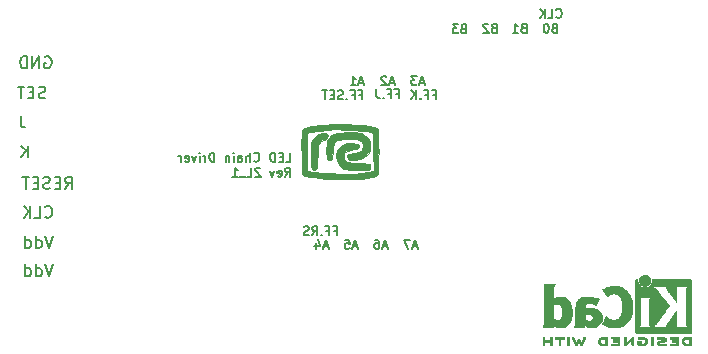
<source format=gbr>
%TF.GenerationSoftware,KiCad,Pcbnew,(5.1.7)-1*%
%TF.CreationDate,2020-11-09T22:40:43+01:00*%
%TF.ProjectId,LED_Chain,4c45445f-4368-4616-996e-2e6b69636164,rev?*%
%TF.SameCoordinates,Original*%
%TF.FileFunction,Legend,Bot*%
%TF.FilePolarity,Positive*%
%FSLAX46Y46*%
G04 Gerber Fmt 4.6, Leading zero omitted, Abs format (unit mm)*
G04 Created by KiCad (PCBNEW (5.1.7)-1) date 2020-11-09 22:40:43*
%MOMM*%
%LPD*%
G01*
G04 APERTURE LIST*
%ADD10C,0.127000*%
%ADD11C,0.150000*%
%ADD12C,0.010000*%
%ADD13C,0.100000*%
G04 APERTURE END LIST*
D10*
X145063164Y-95219714D02*
X145426021Y-95219714D01*
X145426021Y-94457714D01*
X144809164Y-94820571D02*
X144555164Y-94820571D01*
X144446307Y-95219714D02*
X144809164Y-95219714D01*
X144809164Y-94457714D01*
X144446307Y-94457714D01*
X144119735Y-95219714D02*
X144119735Y-94457714D01*
X143938307Y-94457714D01*
X143829450Y-94494000D01*
X143756878Y-94566571D01*
X143720592Y-94639142D01*
X143684307Y-94784285D01*
X143684307Y-94893142D01*
X143720592Y-95038285D01*
X143756878Y-95110857D01*
X143829450Y-95183428D01*
X143938307Y-95219714D01*
X144119735Y-95219714D01*
X142341735Y-95147142D02*
X142378021Y-95183428D01*
X142486878Y-95219714D01*
X142559450Y-95219714D01*
X142668307Y-95183428D01*
X142740878Y-95110857D01*
X142777164Y-95038285D01*
X142813450Y-94893142D01*
X142813450Y-94784285D01*
X142777164Y-94639142D01*
X142740878Y-94566571D01*
X142668307Y-94494000D01*
X142559450Y-94457714D01*
X142486878Y-94457714D01*
X142378021Y-94494000D01*
X142341735Y-94530285D01*
X142015164Y-95219714D02*
X142015164Y-94457714D01*
X141688592Y-95219714D02*
X141688592Y-94820571D01*
X141724878Y-94748000D01*
X141797450Y-94711714D01*
X141906307Y-94711714D01*
X141978878Y-94748000D01*
X142015164Y-94784285D01*
X140999164Y-95219714D02*
X140999164Y-94820571D01*
X141035450Y-94748000D01*
X141108021Y-94711714D01*
X141253164Y-94711714D01*
X141325735Y-94748000D01*
X140999164Y-95183428D02*
X141071735Y-95219714D01*
X141253164Y-95219714D01*
X141325735Y-95183428D01*
X141362021Y-95110857D01*
X141362021Y-95038285D01*
X141325735Y-94965714D01*
X141253164Y-94929428D01*
X141071735Y-94929428D01*
X140999164Y-94893142D01*
X140636307Y-95219714D02*
X140636307Y-94711714D01*
X140636307Y-94457714D02*
X140672592Y-94494000D01*
X140636307Y-94530285D01*
X140600021Y-94494000D01*
X140636307Y-94457714D01*
X140636307Y-94530285D01*
X140273450Y-94711714D02*
X140273450Y-95219714D01*
X140273450Y-94784285D02*
X140237164Y-94748000D01*
X140164592Y-94711714D01*
X140055735Y-94711714D01*
X139983164Y-94748000D01*
X139946878Y-94820571D01*
X139946878Y-95219714D01*
X139003450Y-95219714D02*
X139003450Y-94457714D01*
X138822021Y-94457714D01*
X138713164Y-94494000D01*
X138640592Y-94566571D01*
X138604307Y-94639142D01*
X138568021Y-94784285D01*
X138568021Y-94893142D01*
X138604307Y-95038285D01*
X138640592Y-95110857D01*
X138713164Y-95183428D01*
X138822021Y-95219714D01*
X139003450Y-95219714D01*
X138241450Y-95219714D02*
X138241450Y-94711714D01*
X138241450Y-94856857D02*
X138205164Y-94784285D01*
X138168878Y-94748000D01*
X138096307Y-94711714D01*
X138023735Y-94711714D01*
X137769735Y-95219714D02*
X137769735Y-94711714D01*
X137769735Y-94457714D02*
X137806021Y-94494000D01*
X137769735Y-94530285D01*
X137733450Y-94494000D01*
X137769735Y-94457714D01*
X137769735Y-94530285D01*
X137479450Y-94711714D02*
X137298021Y-95219714D01*
X137116592Y-94711714D01*
X136536021Y-95183428D02*
X136608592Y-95219714D01*
X136753735Y-95219714D01*
X136826307Y-95183428D01*
X136862592Y-95110857D01*
X136862592Y-94820571D01*
X136826307Y-94748000D01*
X136753735Y-94711714D01*
X136608592Y-94711714D01*
X136536021Y-94748000D01*
X136499735Y-94820571D01*
X136499735Y-94893142D01*
X136862592Y-94965714D01*
X136173164Y-95219714D02*
X136173164Y-94711714D01*
X136173164Y-94856857D02*
X136136878Y-94784285D01*
X136100592Y-94748000D01*
X136028021Y-94711714D01*
X135955450Y-94711714D01*
X144990592Y-96489714D02*
X145244592Y-96126857D01*
X145426021Y-96489714D02*
X145426021Y-95727714D01*
X145135735Y-95727714D01*
X145063164Y-95764000D01*
X145026878Y-95800285D01*
X144990592Y-95872857D01*
X144990592Y-95981714D01*
X145026878Y-96054285D01*
X145063164Y-96090571D01*
X145135735Y-96126857D01*
X145426021Y-96126857D01*
X144373735Y-96453428D02*
X144446307Y-96489714D01*
X144591450Y-96489714D01*
X144664021Y-96453428D01*
X144700307Y-96380857D01*
X144700307Y-96090571D01*
X144664021Y-96018000D01*
X144591450Y-95981714D01*
X144446307Y-95981714D01*
X144373735Y-96018000D01*
X144337450Y-96090571D01*
X144337450Y-96163142D01*
X144700307Y-96235714D01*
X144083450Y-95981714D02*
X143902021Y-96489714D01*
X143720592Y-95981714D01*
X142886021Y-95800285D02*
X142849735Y-95764000D01*
X142777164Y-95727714D01*
X142595735Y-95727714D01*
X142523164Y-95764000D01*
X142486878Y-95800285D01*
X142450592Y-95872857D01*
X142450592Y-95945428D01*
X142486878Y-96054285D01*
X142922307Y-96489714D01*
X142450592Y-96489714D01*
X141761164Y-96489714D02*
X142124021Y-96489714D01*
X142124021Y-95727714D01*
X141688592Y-96562285D02*
X141108021Y-96562285D01*
X140527450Y-96489714D02*
X140962878Y-96489714D01*
X140745164Y-96489714D02*
X140745164Y-95727714D01*
X140817735Y-95836571D01*
X140890307Y-95909142D01*
X140962878Y-95945428D01*
X151114285Y-102387000D02*
X150751428Y-102387000D01*
X151186857Y-102604714D02*
X150932857Y-101842714D01*
X150678857Y-102604714D01*
X150062000Y-101842714D02*
X150424857Y-101842714D01*
X150461142Y-102205571D01*
X150424857Y-102169285D01*
X150352285Y-102133000D01*
X150170857Y-102133000D01*
X150098285Y-102169285D01*
X150062000Y-102205571D01*
X150025714Y-102278142D01*
X150025714Y-102459571D01*
X150062000Y-102532142D01*
X150098285Y-102568428D01*
X150170857Y-102604714D01*
X150352285Y-102604714D01*
X150424857Y-102568428D01*
X150461142Y-102532142D01*
X153624285Y-102367000D02*
X153261428Y-102367000D01*
X153696857Y-102584714D02*
X153442857Y-101822714D01*
X153188857Y-102584714D01*
X152608285Y-101822714D02*
X152753428Y-101822714D01*
X152826000Y-101859000D01*
X152862285Y-101895285D01*
X152934857Y-102004142D01*
X152971142Y-102149285D01*
X152971142Y-102439571D01*
X152934857Y-102512142D01*
X152898571Y-102548428D01*
X152826000Y-102584714D01*
X152680857Y-102584714D01*
X152608285Y-102548428D01*
X152572000Y-102512142D01*
X152535714Y-102439571D01*
X152535714Y-102258142D01*
X152572000Y-102185571D01*
X152608285Y-102149285D01*
X152680857Y-102113000D01*
X152826000Y-102113000D01*
X152898571Y-102149285D01*
X152934857Y-102185571D01*
X152971142Y-102258142D01*
X156184285Y-102367000D02*
X155821428Y-102367000D01*
X156256857Y-102584714D02*
X156002857Y-101822714D01*
X155748857Y-102584714D01*
X155567428Y-101822714D02*
X155059428Y-101822714D01*
X155386000Y-102584714D01*
X149143000Y-101075571D02*
X149397000Y-101075571D01*
X149397000Y-101474714D02*
X149397000Y-100712714D01*
X149034142Y-100712714D01*
X148489857Y-101075571D02*
X148743857Y-101075571D01*
X148743857Y-101474714D02*
X148743857Y-100712714D01*
X148381000Y-100712714D01*
X148090714Y-101402142D02*
X148054428Y-101438428D01*
X148090714Y-101474714D01*
X148127000Y-101438428D01*
X148090714Y-101402142D01*
X148090714Y-101474714D01*
X147292428Y-101474714D02*
X147546428Y-101111857D01*
X147727857Y-101474714D02*
X147727857Y-100712714D01*
X147437571Y-100712714D01*
X147365000Y-100749000D01*
X147328714Y-100785285D01*
X147292428Y-100857857D01*
X147292428Y-100966714D01*
X147328714Y-101039285D01*
X147365000Y-101075571D01*
X147437571Y-101111857D01*
X147727857Y-101111857D01*
X147002142Y-101438428D02*
X146893285Y-101474714D01*
X146711857Y-101474714D01*
X146639285Y-101438428D01*
X146603000Y-101402142D01*
X146566714Y-101329571D01*
X146566714Y-101257000D01*
X146603000Y-101184428D01*
X146639285Y-101148142D01*
X146711857Y-101111857D01*
X146857000Y-101075571D01*
X146929571Y-101039285D01*
X146965857Y-101003000D01*
X147002142Y-100930428D01*
X147002142Y-100857857D01*
X146965857Y-100785285D01*
X146929571Y-100749000D01*
X146857000Y-100712714D01*
X146675571Y-100712714D01*
X146566714Y-100749000D01*
X148594285Y-102367000D02*
X148231428Y-102367000D01*
X148666857Y-102584714D02*
X148412857Y-101822714D01*
X148158857Y-102584714D01*
X147578285Y-102076714D02*
X147578285Y-102584714D01*
X147759714Y-101786428D02*
X147941142Y-102330714D01*
X147469428Y-102330714D01*
X154214285Y-88557000D02*
X153851428Y-88557000D01*
X154286857Y-88774714D02*
X154032857Y-88012714D01*
X153778857Y-88774714D01*
X153561142Y-88085285D02*
X153524857Y-88049000D01*
X153452285Y-88012714D01*
X153270857Y-88012714D01*
X153198285Y-88049000D01*
X153162000Y-88085285D01*
X153125714Y-88157857D01*
X153125714Y-88230428D01*
X153162000Y-88339285D01*
X153597428Y-88774714D01*
X153125714Y-88774714D01*
X156764285Y-88537000D02*
X156401428Y-88537000D01*
X156836857Y-88754714D02*
X156582857Y-87992714D01*
X156328857Y-88754714D01*
X156147428Y-87992714D02*
X155675714Y-87992714D01*
X155929714Y-88283000D01*
X155820857Y-88283000D01*
X155748285Y-88319285D01*
X155712000Y-88355571D01*
X155675714Y-88428142D01*
X155675714Y-88609571D01*
X155712000Y-88682142D01*
X155748285Y-88718428D01*
X155820857Y-88754714D01*
X156038571Y-88754714D01*
X156111142Y-88718428D01*
X156147428Y-88682142D01*
X151634285Y-88557000D02*
X151271428Y-88557000D01*
X151706857Y-88774714D02*
X151452857Y-88012714D01*
X151198857Y-88774714D01*
X150545714Y-88774714D02*
X150981142Y-88774714D01*
X150763428Y-88774714D02*
X150763428Y-88012714D01*
X150836000Y-88121571D01*
X150908571Y-88194142D01*
X150981142Y-88230428D01*
X151271978Y-89565571D02*
X151525978Y-89565571D01*
X151525978Y-89964714D02*
X151525978Y-89202714D01*
X151163121Y-89202714D01*
X150618835Y-89565571D02*
X150872835Y-89565571D01*
X150872835Y-89964714D02*
X150872835Y-89202714D01*
X150509978Y-89202714D01*
X150219692Y-89892142D02*
X150183407Y-89928428D01*
X150219692Y-89964714D01*
X150255978Y-89928428D01*
X150219692Y-89892142D01*
X150219692Y-89964714D01*
X149893121Y-89928428D02*
X149784264Y-89964714D01*
X149602835Y-89964714D01*
X149530264Y-89928428D01*
X149493978Y-89892142D01*
X149457692Y-89819571D01*
X149457692Y-89747000D01*
X149493978Y-89674428D01*
X149530264Y-89638142D01*
X149602835Y-89601857D01*
X149747978Y-89565571D01*
X149820550Y-89529285D01*
X149856835Y-89493000D01*
X149893121Y-89420428D01*
X149893121Y-89347857D01*
X149856835Y-89275285D01*
X149820550Y-89239000D01*
X149747978Y-89202714D01*
X149566550Y-89202714D01*
X149457692Y-89239000D01*
X149131121Y-89565571D02*
X148877121Y-89565571D01*
X148768264Y-89964714D02*
X149131121Y-89964714D01*
X149131121Y-89202714D01*
X148768264Y-89202714D01*
X148550550Y-89202714D02*
X148115121Y-89202714D01*
X148332835Y-89964714D02*
X148332835Y-89202714D01*
X154359428Y-89475571D02*
X154613428Y-89475571D01*
X154613428Y-89874714D02*
X154613428Y-89112714D01*
X154250571Y-89112714D01*
X153706285Y-89475571D02*
X153960285Y-89475571D01*
X153960285Y-89874714D02*
X153960285Y-89112714D01*
X153597428Y-89112714D01*
X153307142Y-89802142D02*
X153270857Y-89838428D01*
X153307142Y-89874714D01*
X153343428Y-89838428D01*
X153307142Y-89802142D01*
X153307142Y-89874714D01*
X152726571Y-89112714D02*
X152726571Y-89657000D01*
X152762857Y-89765857D01*
X152835428Y-89838428D01*
X152944285Y-89874714D01*
X153016857Y-89874714D01*
X157522021Y-89545571D02*
X157776021Y-89545571D01*
X157776021Y-89944714D02*
X157776021Y-89182714D01*
X157413164Y-89182714D01*
X156868878Y-89545571D02*
X157122878Y-89545571D01*
X157122878Y-89944714D02*
X157122878Y-89182714D01*
X156760021Y-89182714D01*
X156469735Y-89872142D02*
X156433450Y-89908428D01*
X156469735Y-89944714D01*
X156506021Y-89908428D01*
X156469735Y-89872142D01*
X156469735Y-89944714D01*
X156106878Y-89944714D02*
X156106878Y-89182714D01*
X155671450Y-89944714D02*
X155998021Y-89509285D01*
X155671450Y-89182714D02*
X156106878Y-89618142D01*
X167923571Y-82977142D02*
X167959857Y-83013428D01*
X168068714Y-83049714D01*
X168141285Y-83049714D01*
X168250142Y-83013428D01*
X168322714Y-82940857D01*
X168359000Y-82868285D01*
X168395285Y-82723142D01*
X168395285Y-82614285D01*
X168359000Y-82469142D01*
X168322714Y-82396571D01*
X168250142Y-82324000D01*
X168141285Y-82287714D01*
X168068714Y-82287714D01*
X167959857Y-82324000D01*
X167923571Y-82360285D01*
X167234142Y-83049714D02*
X167597000Y-83049714D01*
X167597000Y-82287714D01*
X166980142Y-83049714D02*
X166980142Y-82287714D01*
X166544714Y-83049714D02*
X166871285Y-82614285D01*
X166544714Y-82287714D02*
X166980142Y-82723142D01*
X167778428Y-83920571D02*
X167669571Y-83956857D01*
X167633285Y-83993142D01*
X167597000Y-84065714D01*
X167597000Y-84174571D01*
X167633285Y-84247142D01*
X167669571Y-84283428D01*
X167742142Y-84319714D01*
X168032428Y-84319714D01*
X168032428Y-83557714D01*
X167778428Y-83557714D01*
X167705857Y-83594000D01*
X167669571Y-83630285D01*
X167633285Y-83702857D01*
X167633285Y-83775428D01*
X167669571Y-83848000D01*
X167705857Y-83884285D01*
X167778428Y-83920571D01*
X168032428Y-83920571D01*
X167125285Y-83557714D02*
X167052714Y-83557714D01*
X166980142Y-83594000D01*
X166943857Y-83630285D01*
X166907571Y-83702857D01*
X166871285Y-83848000D01*
X166871285Y-84029428D01*
X166907571Y-84174571D01*
X166943857Y-84247142D01*
X166980142Y-84283428D01*
X167052714Y-84319714D01*
X167125285Y-84319714D01*
X167197857Y-84283428D01*
X167234142Y-84247142D01*
X167270428Y-84174571D01*
X167306714Y-84029428D01*
X167306714Y-83848000D01*
X167270428Y-83702857D01*
X167234142Y-83630285D01*
X167197857Y-83594000D01*
X167125285Y-83557714D01*
X165178428Y-83895571D02*
X165069571Y-83931857D01*
X165033285Y-83968142D01*
X164997000Y-84040714D01*
X164997000Y-84149571D01*
X165033285Y-84222142D01*
X165069571Y-84258428D01*
X165142142Y-84294714D01*
X165432428Y-84294714D01*
X165432428Y-83532714D01*
X165178428Y-83532714D01*
X165105857Y-83569000D01*
X165069571Y-83605285D01*
X165033285Y-83677857D01*
X165033285Y-83750428D01*
X165069571Y-83823000D01*
X165105857Y-83859285D01*
X165178428Y-83895571D01*
X165432428Y-83895571D01*
X164271285Y-84294714D02*
X164706714Y-84294714D01*
X164489000Y-84294714D02*
X164489000Y-83532714D01*
X164561571Y-83641571D01*
X164634142Y-83714142D01*
X164706714Y-83750428D01*
X162668428Y-83895571D02*
X162559571Y-83931857D01*
X162523285Y-83968142D01*
X162487000Y-84040714D01*
X162487000Y-84149571D01*
X162523285Y-84222142D01*
X162559571Y-84258428D01*
X162632142Y-84294714D01*
X162922428Y-84294714D01*
X162922428Y-83532714D01*
X162668428Y-83532714D01*
X162595857Y-83569000D01*
X162559571Y-83605285D01*
X162523285Y-83677857D01*
X162523285Y-83750428D01*
X162559571Y-83823000D01*
X162595857Y-83859285D01*
X162668428Y-83895571D01*
X162922428Y-83895571D01*
X162196714Y-83605285D02*
X162160428Y-83569000D01*
X162087857Y-83532714D01*
X161906428Y-83532714D01*
X161833857Y-83569000D01*
X161797571Y-83605285D01*
X161761285Y-83677857D01*
X161761285Y-83750428D01*
X161797571Y-83859285D01*
X162233000Y-84294714D01*
X161761285Y-84294714D01*
X160078428Y-83955571D02*
X159969571Y-83991857D01*
X159933285Y-84028142D01*
X159897000Y-84100714D01*
X159897000Y-84209571D01*
X159933285Y-84282142D01*
X159969571Y-84318428D01*
X160042142Y-84354714D01*
X160332428Y-84354714D01*
X160332428Y-83592714D01*
X160078428Y-83592714D01*
X160005857Y-83629000D01*
X159969571Y-83665285D01*
X159933285Y-83737857D01*
X159933285Y-83810428D01*
X159969571Y-83883000D01*
X160005857Y-83919285D01*
X160078428Y-83955571D01*
X160332428Y-83955571D01*
X159643000Y-83592714D02*
X159171285Y-83592714D01*
X159425285Y-83883000D01*
X159316428Y-83883000D01*
X159243857Y-83919285D01*
X159207571Y-83955571D01*
X159171285Y-84028142D01*
X159171285Y-84209571D01*
X159207571Y-84282142D01*
X159243857Y-84318428D01*
X159316428Y-84354714D01*
X159534142Y-84354714D01*
X159606714Y-84318428D01*
X159643000Y-84282142D01*
D11*
X125329879Y-103922381D02*
X124996546Y-104922381D01*
X124663212Y-103922381D01*
X123901308Y-104922381D02*
X123901308Y-103922381D01*
X123901308Y-104874762D02*
X123996546Y-104922381D01*
X124187022Y-104922381D01*
X124282260Y-104874762D01*
X124329879Y-104827143D01*
X124377498Y-104731905D01*
X124377498Y-104446191D01*
X124329879Y-104350953D01*
X124282260Y-104303334D01*
X124187022Y-104255715D01*
X123996546Y-104255715D01*
X123901308Y-104303334D01*
X122996546Y-104922381D02*
X122996546Y-103922381D01*
X122996546Y-104874762D02*
X123091784Y-104922381D01*
X123282260Y-104922381D01*
X123377498Y-104874762D01*
X123425117Y-104827143D01*
X123472736Y-104731905D01*
X123472736Y-104446191D01*
X123425117Y-104350953D01*
X123377498Y-104303334D01*
X123282260Y-104255715D01*
X123091784Y-104255715D01*
X122996546Y-104303334D01*
X124644165Y-86370000D02*
X124739403Y-86322380D01*
X124882260Y-86322380D01*
X125025117Y-86370000D01*
X125120355Y-86465238D01*
X125167974Y-86560476D01*
X125215593Y-86750952D01*
X125215593Y-86893809D01*
X125167974Y-87084285D01*
X125120355Y-87179523D01*
X125025117Y-87274761D01*
X124882260Y-87322380D01*
X124787022Y-87322380D01*
X124644165Y-87274761D01*
X124596546Y-87227142D01*
X124596546Y-86893809D01*
X124787022Y-86893809D01*
X124167974Y-87322380D02*
X124167974Y-86322380D01*
X123596546Y-87322380D01*
X123596546Y-86322380D01*
X123120355Y-87322380D02*
X123120355Y-86322380D01*
X122882260Y-86322380D01*
X122739403Y-86370000D01*
X122644165Y-86465238D01*
X122596546Y-86560476D01*
X122548927Y-86750952D01*
X122548927Y-86893809D01*
X122596546Y-87084285D01*
X122644165Y-87179523D01*
X122739403Y-87274761D01*
X122882260Y-87322380D01*
X123120355Y-87322380D01*
X124687022Y-89824761D02*
X124544165Y-89872380D01*
X124306070Y-89872380D01*
X124210831Y-89824761D01*
X124163212Y-89777142D01*
X124115593Y-89681904D01*
X124115593Y-89586666D01*
X124163212Y-89491428D01*
X124210831Y-89443809D01*
X124306070Y-89396190D01*
X124496546Y-89348571D01*
X124591784Y-89300952D01*
X124639403Y-89253333D01*
X124687022Y-89158095D01*
X124687022Y-89062857D01*
X124639403Y-88967619D01*
X124591784Y-88920000D01*
X124496546Y-88872380D01*
X124258451Y-88872380D01*
X124115593Y-88920000D01*
X123687022Y-89348571D02*
X123353689Y-89348571D01*
X123210831Y-89872380D02*
X123687022Y-89872380D01*
X123687022Y-88872380D01*
X123210831Y-88872380D01*
X122925117Y-88872380D02*
X122353689Y-88872380D01*
X122639403Y-89872380D02*
X122639403Y-88872380D01*
X126372736Y-97522382D02*
X126706070Y-97046192D01*
X126944165Y-97522382D02*
X126944165Y-96522382D01*
X126563212Y-96522382D01*
X126467974Y-96570002D01*
X126420355Y-96617621D01*
X126372736Y-96712859D01*
X126372736Y-96855716D01*
X126420355Y-96950954D01*
X126467974Y-96998573D01*
X126563212Y-97046192D01*
X126944165Y-97046192D01*
X125944165Y-96998573D02*
X125610831Y-96998573D01*
X125467974Y-97522382D02*
X125944165Y-97522382D01*
X125944165Y-96522382D01*
X125467974Y-96522382D01*
X125087022Y-97474763D02*
X124944165Y-97522382D01*
X124706070Y-97522382D01*
X124610831Y-97474763D01*
X124563212Y-97427144D01*
X124515593Y-97331906D01*
X124515593Y-97236668D01*
X124563212Y-97141430D01*
X124610831Y-97093811D01*
X124706070Y-97046192D01*
X124896546Y-96998573D01*
X124991784Y-96950954D01*
X125039403Y-96903335D01*
X125087022Y-96808097D01*
X125087022Y-96712859D01*
X125039403Y-96617621D01*
X124991784Y-96570002D01*
X124896546Y-96522382D01*
X124658451Y-96522382D01*
X124515593Y-96570002D01*
X124087022Y-96998573D02*
X123753689Y-96998573D01*
X123610831Y-97522382D02*
X124087022Y-97522382D01*
X124087022Y-96522382D01*
X123610831Y-96522382D01*
X123325117Y-96522382D02*
X122753689Y-96522382D01*
X123039403Y-97522382D02*
X123039403Y-96522382D01*
X123220354Y-94872379D02*
X123220354Y-93872379D01*
X122648926Y-94872379D02*
X123077497Y-94300951D01*
X122648926Y-93872379D02*
X123220354Y-94443808D01*
X124658451Y-99877139D02*
X124706070Y-99924758D01*
X124848927Y-99972377D01*
X124944165Y-99972377D01*
X125087022Y-99924758D01*
X125182260Y-99829520D01*
X125229879Y-99734282D01*
X125277498Y-99543806D01*
X125277498Y-99400949D01*
X125229879Y-99210473D01*
X125182260Y-99115235D01*
X125087022Y-99019997D01*
X124944165Y-98972377D01*
X124848927Y-98972377D01*
X124706070Y-99019997D01*
X124658451Y-99067616D01*
X123753689Y-99972377D02*
X124229879Y-99972377D01*
X124229879Y-98972377D01*
X123420355Y-99972377D02*
X123420355Y-98972377D01*
X122848927Y-99972377D02*
X123277498Y-99400949D01*
X122848927Y-98972377D02*
X123420355Y-99543806D01*
X122596545Y-91322380D02*
X122596545Y-92036666D01*
X122644164Y-92179523D01*
X122739402Y-92274761D01*
X122882259Y-92322380D01*
X122977497Y-92322380D01*
X125329878Y-101522381D02*
X124996545Y-102522381D01*
X124663211Y-101522381D01*
X123901307Y-102522381D02*
X123901307Y-101522381D01*
X123901307Y-102474762D02*
X123996545Y-102522381D01*
X124187021Y-102522381D01*
X124282259Y-102474762D01*
X124329878Y-102427143D01*
X124377497Y-102331905D01*
X124377497Y-102046191D01*
X124329878Y-101950953D01*
X124282259Y-101903334D01*
X124187021Y-101855715D01*
X123996545Y-101855715D01*
X123901307Y-101903334D01*
X122996545Y-102522381D02*
X122996545Y-101522381D01*
X122996545Y-102474762D02*
X123091783Y-102522381D01*
X123282259Y-102522381D01*
X123377497Y-102474762D01*
X123425116Y-102427143D01*
X123472735Y-102331905D01*
X123472735Y-102046191D01*
X123425116Y-101950953D01*
X123377497Y-101903334D01*
X123282259Y-101855715D01*
X123091783Y-101855715D01*
X122996545Y-101903334D01*
D12*
%TO.C,REF\u002A\u002A\u002A*%
G36*
X179201371Y-110059066D02*
G01*
X179161889Y-110059467D01*
X179046200Y-110062259D01*
X178949311Y-110070550D01*
X178867919Y-110085232D01*
X178798723Y-110107193D01*
X178738420Y-110137322D01*
X178683708Y-110176510D01*
X178664167Y-110193532D01*
X178631750Y-110233363D01*
X178602520Y-110287413D01*
X178579991Y-110347323D01*
X178567679Y-110404739D01*
X178566400Y-110425956D01*
X178574417Y-110484769D01*
X178595899Y-110549013D01*
X178626999Y-110609821D01*
X178663866Y-110658330D01*
X178669854Y-110664182D01*
X178720579Y-110705321D01*
X178776125Y-110737435D01*
X178839696Y-110761365D01*
X178914494Y-110777953D01*
X179003722Y-110788041D01*
X179110582Y-110792469D01*
X179159528Y-110792845D01*
X179221762Y-110792545D01*
X179265528Y-110791292D01*
X179294931Y-110788554D01*
X179314079Y-110783801D01*
X179327077Y-110776501D01*
X179334045Y-110770267D01*
X179340626Y-110762694D01*
X179345788Y-110752924D01*
X179349703Y-110738340D01*
X179352543Y-110716326D01*
X179354480Y-110684264D01*
X179355684Y-110639536D01*
X179356328Y-110579526D01*
X179356583Y-110501617D01*
X179356622Y-110425956D01*
X179356870Y-110325041D01*
X179356817Y-110244427D01*
X179355857Y-110205822D01*
X179209867Y-110205822D01*
X179209867Y-110646089D01*
X179116734Y-110646004D01*
X179060693Y-110644396D01*
X179001999Y-110640256D01*
X178953028Y-110634464D01*
X178951538Y-110634226D01*
X178872392Y-110615090D01*
X178811002Y-110585287D01*
X178764305Y-110542878D01*
X178734635Y-110496961D01*
X178716353Y-110446026D01*
X178717771Y-110398200D01*
X178738988Y-110346933D01*
X178780489Y-110293899D01*
X178837998Y-110254600D01*
X178912750Y-110228331D01*
X178962708Y-110219035D01*
X179019416Y-110212507D01*
X179079519Y-110207782D01*
X179130639Y-110205817D01*
X179133667Y-110205808D01*
X179209867Y-110205822D01*
X179355857Y-110205822D01*
X179355260Y-110181851D01*
X179350998Y-110135055D01*
X179342830Y-110101778D01*
X179329556Y-110079759D01*
X179309974Y-110066739D01*
X179282883Y-110060457D01*
X179247082Y-110058653D01*
X179201371Y-110059066D01*
G37*
X179201371Y-110059066D02*
X179161889Y-110059467D01*
X179046200Y-110062259D01*
X178949311Y-110070550D01*
X178867919Y-110085232D01*
X178798723Y-110107193D01*
X178738420Y-110137322D01*
X178683708Y-110176510D01*
X178664167Y-110193532D01*
X178631750Y-110233363D01*
X178602520Y-110287413D01*
X178579991Y-110347323D01*
X178567679Y-110404739D01*
X178566400Y-110425956D01*
X178574417Y-110484769D01*
X178595899Y-110549013D01*
X178626999Y-110609821D01*
X178663866Y-110658330D01*
X178669854Y-110664182D01*
X178720579Y-110705321D01*
X178776125Y-110737435D01*
X178839696Y-110761365D01*
X178914494Y-110777953D01*
X179003722Y-110788041D01*
X179110582Y-110792469D01*
X179159528Y-110792845D01*
X179221762Y-110792545D01*
X179265528Y-110791292D01*
X179294931Y-110788554D01*
X179314079Y-110783801D01*
X179327077Y-110776501D01*
X179334045Y-110770267D01*
X179340626Y-110762694D01*
X179345788Y-110752924D01*
X179349703Y-110738340D01*
X179352543Y-110716326D01*
X179354480Y-110684264D01*
X179355684Y-110639536D01*
X179356328Y-110579526D01*
X179356583Y-110501617D01*
X179356622Y-110425956D01*
X179356870Y-110325041D01*
X179356817Y-110244427D01*
X179355857Y-110205822D01*
X179209867Y-110205822D01*
X179209867Y-110646089D01*
X179116734Y-110646004D01*
X179060693Y-110644396D01*
X179001999Y-110640256D01*
X178953028Y-110634464D01*
X178951538Y-110634226D01*
X178872392Y-110615090D01*
X178811002Y-110585287D01*
X178764305Y-110542878D01*
X178734635Y-110496961D01*
X178716353Y-110446026D01*
X178717771Y-110398200D01*
X178738988Y-110346933D01*
X178780489Y-110293899D01*
X178837998Y-110254600D01*
X178912750Y-110228331D01*
X178962708Y-110219035D01*
X179019416Y-110212507D01*
X179079519Y-110207782D01*
X179130639Y-110205817D01*
X179133667Y-110205808D01*
X179209867Y-110205822D01*
X179355857Y-110205822D01*
X179355260Y-110181851D01*
X179350998Y-110135055D01*
X179342830Y-110101778D01*
X179329556Y-110079759D01*
X179309974Y-110066739D01*
X179282883Y-110060457D01*
X179247082Y-110058653D01*
X179201371Y-110059066D01*
G36*
X177792794Y-110059146D02*
G01*
X177723386Y-110059518D01*
X177670997Y-110060385D01*
X177632847Y-110061946D01*
X177606159Y-110064403D01*
X177588153Y-110067957D01*
X177576049Y-110072810D01*
X177567069Y-110079161D01*
X177563818Y-110082084D01*
X177544043Y-110113142D01*
X177540482Y-110148828D01*
X177553491Y-110180510D01*
X177559506Y-110186913D01*
X177569235Y-110193121D01*
X177584901Y-110197910D01*
X177609408Y-110201514D01*
X177645661Y-110204164D01*
X177696565Y-110206095D01*
X177765026Y-110207539D01*
X177827617Y-110208418D01*
X178075334Y-110211467D01*
X178078719Y-110276378D01*
X178082105Y-110341289D01*
X177913958Y-110341289D01*
X177840959Y-110341919D01*
X177787517Y-110344553D01*
X177750628Y-110350309D01*
X177727288Y-110360304D01*
X177714494Y-110375656D01*
X177709242Y-110397482D01*
X177708445Y-110417738D01*
X177710923Y-110442592D01*
X177720277Y-110460906D01*
X177739383Y-110473637D01*
X177771118Y-110481741D01*
X177818359Y-110486176D01*
X177883983Y-110487899D01*
X177919801Y-110488045D01*
X178080978Y-110488045D01*
X178080978Y-110646089D01*
X177832622Y-110646089D01*
X177751213Y-110646202D01*
X177689342Y-110646712D01*
X177643968Y-110647870D01*
X177612054Y-110649930D01*
X177590559Y-110653146D01*
X177576443Y-110657772D01*
X177566668Y-110664059D01*
X177561689Y-110668667D01*
X177544610Y-110695560D01*
X177539111Y-110719467D01*
X177546963Y-110748667D01*
X177561689Y-110770267D01*
X177569546Y-110777066D01*
X177579688Y-110782346D01*
X177594844Y-110786298D01*
X177617741Y-110789113D01*
X177651109Y-110790982D01*
X177697675Y-110792098D01*
X177760167Y-110792651D01*
X177841314Y-110792833D01*
X177883422Y-110792845D01*
X177973598Y-110792765D01*
X178043924Y-110792398D01*
X178097129Y-110791552D01*
X178135940Y-110790036D01*
X178163087Y-110787659D01*
X178181298Y-110784229D01*
X178193300Y-110779554D01*
X178201822Y-110773444D01*
X178205156Y-110770267D01*
X178211755Y-110762670D01*
X178216927Y-110752870D01*
X178220846Y-110738239D01*
X178223684Y-110716152D01*
X178225615Y-110683982D01*
X178226812Y-110639103D01*
X178227448Y-110578889D01*
X178227697Y-110500713D01*
X178227734Y-110427923D01*
X178227700Y-110334707D01*
X178227465Y-110261431D01*
X178226830Y-110205458D01*
X178225594Y-110164151D01*
X178223556Y-110134872D01*
X178220517Y-110114984D01*
X178216277Y-110101850D01*
X178210635Y-110092832D01*
X178203391Y-110085293D01*
X178201606Y-110083612D01*
X178192945Y-110076172D01*
X178182882Y-110070409D01*
X178168625Y-110066112D01*
X178147383Y-110063064D01*
X178116364Y-110061051D01*
X178072777Y-110059860D01*
X178013831Y-110059275D01*
X177936734Y-110059083D01*
X177882001Y-110059067D01*
X177792794Y-110059146D01*
G37*
X177792794Y-110059146D02*
X177723386Y-110059518D01*
X177670997Y-110060385D01*
X177632847Y-110061946D01*
X177606159Y-110064403D01*
X177588153Y-110067957D01*
X177576049Y-110072810D01*
X177567069Y-110079161D01*
X177563818Y-110082084D01*
X177544043Y-110113142D01*
X177540482Y-110148828D01*
X177553491Y-110180510D01*
X177559506Y-110186913D01*
X177569235Y-110193121D01*
X177584901Y-110197910D01*
X177609408Y-110201514D01*
X177645661Y-110204164D01*
X177696565Y-110206095D01*
X177765026Y-110207539D01*
X177827617Y-110208418D01*
X178075334Y-110211467D01*
X178078719Y-110276378D01*
X178082105Y-110341289D01*
X177913958Y-110341289D01*
X177840959Y-110341919D01*
X177787517Y-110344553D01*
X177750628Y-110350309D01*
X177727288Y-110360304D01*
X177714494Y-110375656D01*
X177709242Y-110397482D01*
X177708445Y-110417738D01*
X177710923Y-110442592D01*
X177720277Y-110460906D01*
X177739383Y-110473637D01*
X177771118Y-110481741D01*
X177818359Y-110486176D01*
X177883983Y-110487899D01*
X177919801Y-110488045D01*
X178080978Y-110488045D01*
X178080978Y-110646089D01*
X177832622Y-110646089D01*
X177751213Y-110646202D01*
X177689342Y-110646712D01*
X177643968Y-110647870D01*
X177612054Y-110649930D01*
X177590559Y-110653146D01*
X177576443Y-110657772D01*
X177566668Y-110664059D01*
X177561689Y-110668667D01*
X177544610Y-110695560D01*
X177539111Y-110719467D01*
X177546963Y-110748667D01*
X177561689Y-110770267D01*
X177569546Y-110777066D01*
X177579688Y-110782346D01*
X177594844Y-110786298D01*
X177617741Y-110789113D01*
X177651109Y-110790982D01*
X177697675Y-110792098D01*
X177760167Y-110792651D01*
X177841314Y-110792833D01*
X177883422Y-110792845D01*
X177973598Y-110792765D01*
X178043924Y-110792398D01*
X178097129Y-110791552D01*
X178135940Y-110790036D01*
X178163087Y-110787659D01*
X178181298Y-110784229D01*
X178193300Y-110779554D01*
X178201822Y-110773444D01*
X178205156Y-110770267D01*
X178211755Y-110762670D01*
X178216927Y-110752870D01*
X178220846Y-110738239D01*
X178223684Y-110716152D01*
X178225615Y-110683982D01*
X178226812Y-110639103D01*
X178227448Y-110578889D01*
X178227697Y-110500713D01*
X178227734Y-110427923D01*
X178227700Y-110334707D01*
X178227465Y-110261431D01*
X178226830Y-110205458D01*
X178225594Y-110164151D01*
X178223556Y-110134872D01*
X178220517Y-110114984D01*
X178216277Y-110101850D01*
X178210635Y-110092832D01*
X178203391Y-110085293D01*
X178201606Y-110083612D01*
X178192945Y-110076172D01*
X178182882Y-110070409D01*
X178168625Y-110066112D01*
X178147383Y-110063064D01*
X178116364Y-110061051D01*
X178072777Y-110059860D01*
X178013831Y-110059275D01*
X177936734Y-110059083D01*
X177882001Y-110059067D01*
X177792794Y-110059146D01*
G36*
X176771703Y-110060351D02*
G01*
X176696888Y-110065581D01*
X176627306Y-110073750D01*
X176567002Y-110084550D01*
X176520020Y-110097673D01*
X176490406Y-110112813D01*
X176485860Y-110117269D01*
X176470054Y-110151850D01*
X176474847Y-110187351D01*
X176499364Y-110217725D01*
X176500534Y-110218596D01*
X176514954Y-110227954D01*
X176530008Y-110232876D01*
X176551005Y-110233473D01*
X176583257Y-110229861D01*
X176632073Y-110222154D01*
X176636000Y-110221505D01*
X176708739Y-110212569D01*
X176787217Y-110208161D01*
X176865927Y-110208119D01*
X176939361Y-110212279D01*
X177002011Y-110220479D01*
X177048370Y-110232557D01*
X177051416Y-110233771D01*
X177085048Y-110252615D01*
X177096864Y-110271685D01*
X177087614Y-110290439D01*
X177058047Y-110308337D01*
X177008911Y-110324837D01*
X176940957Y-110339396D01*
X176895645Y-110346406D01*
X176801456Y-110359889D01*
X176726544Y-110372214D01*
X176667717Y-110384449D01*
X176621785Y-110397661D01*
X176585555Y-110412917D01*
X176555838Y-110431285D01*
X176529442Y-110453831D01*
X176508230Y-110475971D01*
X176483065Y-110506819D01*
X176470681Y-110533345D01*
X176466808Y-110566026D01*
X176466667Y-110577995D01*
X176469576Y-110617712D01*
X176481202Y-110647259D01*
X176501323Y-110673486D01*
X176542216Y-110713576D01*
X176587817Y-110744149D01*
X176641513Y-110766203D01*
X176706692Y-110780735D01*
X176786744Y-110788741D01*
X176885057Y-110791218D01*
X176901289Y-110791177D01*
X176966849Y-110789818D01*
X177031866Y-110786730D01*
X177089252Y-110782356D01*
X177131922Y-110777140D01*
X177135372Y-110776541D01*
X177177796Y-110766491D01*
X177213780Y-110753796D01*
X177234150Y-110742190D01*
X177253107Y-110711572D01*
X177254427Y-110675918D01*
X177238085Y-110644144D01*
X177234429Y-110640551D01*
X177219315Y-110629876D01*
X177200415Y-110625276D01*
X177171162Y-110626059D01*
X177135651Y-110630127D01*
X177095970Y-110633762D01*
X177040345Y-110636828D01*
X176975406Y-110639053D01*
X176907785Y-110640164D01*
X176890000Y-110640237D01*
X176822128Y-110639964D01*
X176772454Y-110638646D01*
X176736610Y-110635827D01*
X176710224Y-110631050D01*
X176688926Y-110623857D01*
X176676126Y-110617867D01*
X176648000Y-110601233D01*
X176630068Y-110586168D01*
X176627447Y-110581897D01*
X176632976Y-110564263D01*
X176659260Y-110547192D01*
X176704478Y-110531458D01*
X176766808Y-110517838D01*
X176785171Y-110514804D01*
X176881090Y-110499738D01*
X176957641Y-110487146D01*
X177017780Y-110476111D01*
X177064460Y-110465720D01*
X177100637Y-110455056D01*
X177129265Y-110443205D01*
X177153298Y-110429251D01*
X177175692Y-110412281D01*
X177199402Y-110391378D01*
X177207380Y-110384049D01*
X177235353Y-110356699D01*
X177250160Y-110335029D01*
X177255952Y-110310232D01*
X177256889Y-110278983D01*
X177246575Y-110217705D01*
X177215752Y-110165640D01*
X177164595Y-110122958D01*
X177093283Y-110089825D01*
X177042400Y-110074964D01*
X176987100Y-110065366D01*
X176920853Y-110059936D01*
X176847706Y-110058367D01*
X176771703Y-110060351D01*
G37*
X176771703Y-110060351D02*
X176696888Y-110065581D01*
X176627306Y-110073750D01*
X176567002Y-110084550D01*
X176520020Y-110097673D01*
X176490406Y-110112813D01*
X176485860Y-110117269D01*
X176470054Y-110151850D01*
X176474847Y-110187351D01*
X176499364Y-110217725D01*
X176500534Y-110218596D01*
X176514954Y-110227954D01*
X176530008Y-110232876D01*
X176551005Y-110233473D01*
X176583257Y-110229861D01*
X176632073Y-110222154D01*
X176636000Y-110221505D01*
X176708739Y-110212569D01*
X176787217Y-110208161D01*
X176865927Y-110208119D01*
X176939361Y-110212279D01*
X177002011Y-110220479D01*
X177048370Y-110232557D01*
X177051416Y-110233771D01*
X177085048Y-110252615D01*
X177096864Y-110271685D01*
X177087614Y-110290439D01*
X177058047Y-110308337D01*
X177008911Y-110324837D01*
X176940957Y-110339396D01*
X176895645Y-110346406D01*
X176801456Y-110359889D01*
X176726544Y-110372214D01*
X176667717Y-110384449D01*
X176621785Y-110397661D01*
X176585555Y-110412917D01*
X176555838Y-110431285D01*
X176529442Y-110453831D01*
X176508230Y-110475971D01*
X176483065Y-110506819D01*
X176470681Y-110533345D01*
X176466808Y-110566026D01*
X176466667Y-110577995D01*
X176469576Y-110617712D01*
X176481202Y-110647259D01*
X176501323Y-110673486D01*
X176542216Y-110713576D01*
X176587817Y-110744149D01*
X176641513Y-110766203D01*
X176706692Y-110780735D01*
X176786744Y-110788741D01*
X176885057Y-110791218D01*
X176901289Y-110791177D01*
X176966849Y-110789818D01*
X177031866Y-110786730D01*
X177089252Y-110782356D01*
X177131922Y-110777140D01*
X177135372Y-110776541D01*
X177177796Y-110766491D01*
X177213780Y-110753796D01*
X177234150Y-110742190D01*
X177253107Y-110711572D01*
X177254427Y-110675918D01*
X177238085Y-110644144D01*
X177234429Y-110640551D01*
X177219315Y-110629876D01*
X177200415Y-110625276D01*
X177171162Y-110626059D01*
X177135651Y-110630127D01*
X177095970Y-110633762D01*
X177040345Y-110636828D01*
X176975406Y-110639053D01*
X176907785Y-110640164D01*
X176890000Y-110640237D01*
X176822128Y-110639964D01*
X176772454Y-110638646D01*
X176736610Y-110635827D01*
X176710224Y-110631050D01*
X176688926Y-110623857D01*
X176676126Y-110617867D01*
X176648000Y-110601233D01*
X176630068Y-110586168D01*
X176627447Y-110581897D01*
X176632976Y-110564263D01*
X176659260Y-110547192D01*
X176704478Y-110531458D01*
X176766808Y-110517838D01*
X176785171Y-110514804D01*
X176881090Y-110499738D01*
X176957641Y-110487146D01*
X177017780Y-110476111D01*
X177064460Y-110465720D01*
X177100637Y-110455056D01*
X177129265Y-110443205D01*
X177153298Y-110429251D01*
X177175692Y-110412281D01*
X177199402Y-110391378D01*
X177207380Y-110384049D01*
X177235353Y-110356699D01*
X177250160Y-110335029D01*
X177255952Y-110310232D01*
X177256889Y-110278983D01*
X177246575Y-110217705D01*
X177215752Y-110165640D01*
X177164595Y-110122958D01*
X177093283Y-110089825D01*
X177042400Y-110074964D01*
X176987100Y-110065366D01*
X176920853Y-110059936D01*
X176847706Y-110058367D01*
X176771703Y-110060351D01*
G36*
X176003822Y-110081645D02*
G01*
X175997242Y-110089218D01*
X175992079Y-110098987D01*
X175988164Y-110113571D01*
X175985324Y-110135585D01*
X175983387Y-110167648D01*
X175982183Y-110212375D01*
X175981539Y-110272385D01*
X175981284Y-110350294D01*
X175981245Y-110425956D01*
X175981314Y-110519802D01*
X175981638Y-110593689D01*
X175982386Y-110650232D01*
X175983732Y-110692049D01*
X175985846Y-110721757D01*
X175988900Y-110741973D01*
X175993066Y-110755314D01*
X175998516Y-110764398D01*
X176003822Y-110770267D01*
X176036826Y-110789947D01*
X176071991Y-110788181D01*
X176103455Y-110766717D01*
X176110684Y-110758337D01*
X176116334Y-110748614D01*
X176120599Y-110734861D01*
X176123673Y-110714389D01*
X176125752Y-110684512D01*
X176127030Y-110642541D01*
X176127701Y-110585789D01*
X176127959Y-110511567D01*
X176128000Y-110427537D01*
X176128000Y-110114485D01*
X176100291Y-110086776D01*
X176066137Y-110063463D01*
X176033006Y-110062623D01*
X176003822Y-110081645D01*
G37*
X176003822Y-110081645D02*
X175997242Y-110089218D01*
X175992079Y-110098987D01*
X175988164Y-110113571D01*
X175985324Y-110135585D01*
X175983387Y-110167648D01*
X175982183Y-110212375D01*
X175981539Y-110272385D01*
X175981284Y-110350294D01*
X175981245Y-110425956D01*
X175981314Y-110519802D01*
X175981638Y-110593689D01*
X175982386Y-110650232D01*
X175983732Y-110692049D01*
X175985846Y-110721757D01*
X175988900Y-110741973D01*
X175993066Y-110755314D01*
X175998516Y-110764398D01*
X176003822Y-110770267D01*
X176036826Y-110789947D01*
X176071991Y-110788181D01*
X176103455Y-110766717D01*
X176110684Y-110758337D01*
X176116334Y-110748614D01*
X176120599Y-110734861D01*
X176123673Y-110714389D01*
X176125752Y-110684512D01*
X176127030Y-110642541D01*
X176127701Y-110585789D01*
X176127959Y-110511567D01*
X176128000Y-110427537D01*
X176128000Y-110114485D01*
X176100291Y-110086776D01*
X176066137Y-110063463D01*
X176033006Y-110062623D01*
X176003822Y-110081645D01*
G36*
X175030081Y-110064599D02*
G01*
X174961565Y-110076095D01*
X174908943Y-110093967D01*
X174874708Y-110117499D01*
X174865379Y-110130924D01*
X174855893Y-110162148D01*
X174862277Y-110190395D01*
X174882430Y-110217182D01*
X174913745Y-110229713D01*
X174959183Y-110228696D01*
X174994326Y-110221906D01*
X175072419Y-110208971D01*
X175152226Y-110207742D01*
X175241555Y-110218241D01*
X175266229Y-110222690D01*
X175349291Y-110246108D01*
X175414273Y-110280945D01*
X175460461Y-110326604D01*
X175487145Y-110382494D01*
X175492663Y-110411388D01*
X175489051Y-110470012D01*
X175465729Y-110521879D01*
X175424824Y-110565978D01*
X175368459Y-110601299D01*
X175298760Y-110626829D01*
X175217852Y-110641559D01*
X175127860Y-110644478D01*
X175030910Y-110634575D01*
X175025436Y-110633641D01*
X174986875Y-110626459D01*
X174965494Y-110619521D01*
X174956227Y-110609227D01*
X174954006Y-110591976D01*
X174953956Y-110582841D01*
X174953956Y-110544489D01*
X175022431Y-110544489D01*
X175082900Y-110540347D01*
X175124165Y-110527147D01*
X175148175Y-110503730D01*
X175156877Y-110468936D01*
X175156983Y-110464394D01*
X175151892Y-110434654D01*
X175134433Y-110413419D01*
X175101939Y-110399366D01*
X175051743Y-110391173D01*
X175003123Y-110388161D01*
X174932456Y-110386433D01*
X174881198Y-110389070D01*
X174846239Y-110398800D01*
X174824470Y-110418353D01*
X174812780Y-110450456D01*
X174808060Y-110497838D01*
X174807200Y-110560071D01*
X174808609Y-110629535D01*
X174812848Y-110676786D01*
X174819936Y-110702012D01*
X174821311Y-110703988D01*
X174860228Y-110735508D01*
X174917286Y-110760470D01*
X174988869Y-110778340D01*
X175071358Y-110788586D01*
X175161139Y-110790673D01*
X175254592Y-110784068D01*
X175309556Y-110775956D01*
X175395766Y-110751554D01*
X175475892Y-110711662D01*
X175542977Y-110659887D01*
X175553173Y-110649539D01*
X175586302Y-110606035D01*
X175616194Y-110552118D01*
X175639357Y-110495592D01*
X175652298Y-110444259D01*
X175653858Y-110424544D01*
X175647218Y-110383419D01*
X175629568Y-110332252D01*
X175604297Y-110278394D01*
X175574789Y-110229195D01*
X175548719Y-110196334D01*
X175487765Y-110147452D01*
X175408969Y-110108545D01*
X175315157Y-110080494D01*
X175209150Y-110064179D01*
X175112000Y-110060192D01*
X175030081Y-110064599D01*
G37*
X175030081Y-110064599D02*
X174961565Y-110076095D01*
X174908943Y-110093967D01*
X174874708Y-110117499D01*
X174865379Y-110130924D01*
X174855893Y-110162148D01*
X174862277Y-110190395D01*
X174882430Y-110217182D01*
X174913745Y-110229713D01*
X174959183Y-110228696D01*
X174994326Y-110221906D01*
X175072419Y-110208971D01*
X175152226Y-110207742D01*
X175241555Y-110218241D01*
X175266229Y-110222690D01*
X175349291Y-110246108D01*
X175414273Y-110280945D01*
X175460461Y-110326604D01*
X175487145Y-110382494D01*
X175492663Y-110411388D01*
X175489051Y-110470012D01*
X175465729Y-110521879D01*
X175424824Y-110565978D01*
X175368459Y-110601299D01*
X175298760Y-110626829D01*
X175217852Y-110641559D01*
X175127860Y-110644478D01*
X175030910Y-110634575D01*
X175025436Y-110633641D01*
X174986875Y-110626459D01*
X174965494Y-110619521D01*
X174956227Y-110609227D01*
X174954006Y-110591976D01*
X174953956Y-110582841D01*
X174953956Y-110544489D01*
X175022431Y-110544489D01*
X175082900Y-110540347D01*
X175124165Y-110527147D01*
X175148175Y-110503730D01*
X175156877Y-110468936D01*
X175156983Y-110464394D01*
X175151892Y-110434654D01*
X175134433Y-110413419D01*
X175101939Y-110399366D01*
X175051743Y-110391173D01*
X175003123Y-110388161D01*
X174932456Y-110386433D01*
X174881198Y-110389070D01*
X174846239Y-110398800D01*
X174824470Y-110418353D01*
X174812780Y-110450456D01*
X174808060Y-110497838D01*
X174807200Y-110560071D01*
X174808609Y-110629535D01*
X174812848Y-110676786D01*
X174819936Y-110702012D01*
X174821311Y-110703988D01*
X174860228Y-110735508D01*
X174917286Y-110760470D01*
X174988869Y-110778340D01*
X175071358Y-110788586D01*
X175161139Y-110790673D01*
X175254592Y-110784068D01*
X175309556Y-110775956D01*
X175395766Y-110751554D01*
X175475892Y-110711662D01*
X175542977Y-110659887D01*
X175553173Y-110649539D01*
X175586302Y-110606035D01*
X175616194Y-110552118D01*
X175639357Y-110495592D01*
X175652298Y-110444259D01*
X175653858Y-110424544D01*
X175647218Y-110383419D01*
X175629568Y-110332252D01*
X175604297Y-110278394D01*
X175574789Y-110229195D01*
X175548719Y-110196334D01*
X175487765Y-110147452D01*
X175408969Y-110108545D01*
X175315157Y-110080494D01*
X175209150Y-110064179D01*
X175112000Y-110060192D01*
X175030081Y-110064599D01*
G36*
X174380114Y-110063448D02*
G01*
X174356548Y-110077273D01*
X174325735Y-110099881D01*
X174286078Y-110132338D01*
X174235980Y-110175708D01*
X174173843Y-110231058D01*
X174098072Y-110299451D01*
X174011334Y-110378084D01*
X173830711Y-110541878D01*
X173825067Y-110322029D01*
X173823029Y-110246351D01*
X173821063Y-110189994D01*
X173818734Y-110149706D01*
X173815606Y-110122235D01*
X173811245Y-110104329D01*
X173805216Y-110092737D01*
X173797084Y-110084208D01*
X173792772Y-110080623D01*
X173758241Y-110061670D01*
X173725383Y-110064441D01*
X173699318Y-110080633D01*
X173672667Y-110102199D01*
X173669352Y-110417151D01*
X173668435Y-110509779D01*
X173667968Y-110582544D01*
X173668113Y-110638161D01*
X173669032Y-110679342D01*
X173670887Y-110708803D01*
X173673839Y-110729255D01*
X173678050Y-110743413D01*
X173683682Y-110753991D01*
X173689927Y-110762474D01*
X173703439Y-110778207D01*
X173716883Y-110788636D01*
X173732124Y-110792639D01*
X173751026Y-110789094D01*
X173775455Y-110776879D01*
X173807273Y-110754871D01*
X173848348Y-110721949D01*
X173900542Y-110676991D01*
X173965722Y-110618875D01*
X174039556Y-110552099D01*
X174304845Y-110311458D01*
X174310489Y-110530589D01*
X174312531Y-110606128D01*
X174314502Y-110662354D01*
X174316839Y-110702524D01*
X174319981Y-110729896D01*
X174324364Y-110747728D01*
X174330424Y-110759279D01*
X174338600Y-110767807D01*
X174342784Y-110771282D01*
X174379765Y-110790372D01*
X174414708Y-110787493D01*
X174445136Y-110763100D01*
X174452097Y-110753286D01*
X174457523Y-110741826D01*
X174461603Y-110725968D01*
X174464529Y-110702963D01*
X174466492Y-110670062D01*
X174467683Y-110624516D01*
X174468292Y-110563573D01*
X174468511Y-110484486D01*
X174468534Y-110425956D01*
X174468460Y-110334407D01*
X174468113Y-110262687D01*
X174467301Y-110208045D01*
X174465833Y-110167732D01*
X174463519Y-110138998D01*
X174460167Y-110119093D01*
X174455588Y-110105268D01*
X174449589Y-110094772D01*
X174445136Y-110088811D01*
X174433850Y-110074691D01*
X174423301Y-110064029D01*
X174411893Y-110057892D01*
X174398030Y-110057343D01*
X174380114Y-110063448D01*
G37*
X174380114Y-110063448D02*
X174356548Y-110077273D01*
X174325735Y-110099881D01*
X174286078Y-110132338D01*
X174235980Y-110175708D01*
X174173843Y-110231058D01*
X174098072Y-110299451D01*
X174011334Y-110378084D01*
X173830711Y-110541878D01*
X173825067Y-110322029D01*
X173823029Y-110246351D01*
X173821063Y-110189994D01*
X173818734Y-110149706D01*
X173815606Y-110122235D01*
X173811245Y-110104329D01*
X173805216Y-110092737D01*
X173797084Y-110084208D01*
X173792772Y-110080623D01*
X173758241Y-110061670D01*
X173725383Y-110064441D01*
X173699318Y-110080633D01*
X173672667Y-110102199D01*
X173669352Y-110417151D01*
X173668435Y-110509779D01*
X173667968Y-110582544D01*
X173668113Y-110638161D01*
X173669032Y-110679342D01*
X173670887Y-110708803D01*
X173673839Y-110729255D01*
X173678050Y-110743413D01*
X173683682Y-110753991D01*
X173689927Y-110762474D01*
X173703439Y-110778207D01*
X173716883Y-110788636D01*
X173732124Y-110792639D01*
X173751026Y-110789094D01*
X173775455Y-110776879D01*
X173807273Y-110754871D01*
X173848348Y-110721949D01*
X173900542Y-110676991D01*
X173965722Y-110618875D01*
X174039556Y-110552099D01*
X174304845Y-110311458D01*
X174310489Y-110530589D01*
X174312531Y-110606128D01*
X174314502Y-110662354D01*
X174316839Y-110702524D01*
X174319981Y-110729896D01*
X174324364Y-110747728D01*
X174330424Y-110759279D01*
X174338600Y-110767807D01*
X174342784Y-110771282D01*
X174379765Y-110790372D01*
X174414708Y-110787493D01*
X174445136Y-110763100D01*
X174452097Y-110753286D01*
X174457523Y-110741826D01*
X174461603Y-110725968D01*
X174464529Y-110702963D01*
X174466492Y-110670062D01*
X174467683Y-110624516D01*
X174468292Y-110563573D01*
X174468511Y-110484486D01*
X174468534Y-110425956D01*
X174468460Y-110334407D01*
X174468113Y-110262687D01*
X174467301Y-110208045D01*
X174465833Y-110167732D01*
X174463519Y-110138998D01*
X174460167Y-110119093D01*
X174455588Y-110105268D01*
X174449589Y-110094772D01*
X174445136Y-110088811D01*
X174433850Y-110074691D01*
X174423301Y-110064029D01*
X174411893Y-110057892D01*
X174398030Y-110057343D01*
X174380114Y-110063448D01*
G36*
X172849657Y-110059260D02*
G01*
X172773299Y-110060174D01*
X172714783Y-110062311D01*
X172671745Y-110066175D01*
X172641817Y-110072267D01*
X172622632Y-110081090D01*
X172611824Y-110093146D01*
X172607027Y-110108939D01*
X172605873Y-110128970D01*
X172605867Y-110131335D01*
X172606869Y-110153992D01*
X172611604Y-110171503D01*
X172622667Y-110184574D01*
X172642652Y-110193913D01*
X172674154Y-110200227D01*
X172719768Y-110204222D01*
X172782087Y-110206606D01*
X172863707Y-110208086D01*
X172888723Y-110208414D01*
X173130800Y-110211467D01*
X173134186Y-110276378D01*
X173137571Y-110341289D01*
X172969424Y-110341289D01*
X172903734Y-110341531D01*
X172856828Y-110342556D01*
X172824917Y-110344811D01*
X172804209Y-110348742D01*
X172790916Y-110354798D01*
X172781245Y-110363424D01*
X172781183Y-110363493D01*
X172763644Y-110397112D01*
X172764278Y-110433448D01*
X172782686Y-110464423D01*
X172786329Y-110467607D01*
X172799259Y-110475812D01*
X172816976Y-110481521D01*
X172843430Y-110485162D01*
X172882568Y-110487167D01*
X172938338Y-110487964D01*
X172974006Y-110488045D01*
X173136445Y-110488045D01*
X173136445Y-110646089D01*
X172889839Y-110646089D01*
X172808420Y-110646231D01*
X172746590Y-110646814D01*
X172701363Y-110648068D01*
X172669752Y-110650227D01*
X172648769Y-110653523D01*
X172635427Y-110658189D01*
X172626739Y-110664457D01*
X172624550Y-110666733D01*
X172608386Y-110698280D01*
X172607203Y-110734168D01*
X172620464Y-110765285D01*
X172630957Y-110775271D01*
X172641871Y-110780769D01*
X172658783Y-110785022D01*
X172684367Y-110788180D01*
X172721299Y-110790392D01*
X172772254Y-110791806D01*
X172839906Y-110792572D01*
X172926931Y-110792838D01*
X172946606Y-110792845D01*
X173035089Y-110792787D01*
X173103773Y-110792467D01*
X173155436Y-110791667D01*
X173192855Y-110790167D01*
X173218810Y-110787749D01*
X173236078Y-110784194D01*
X173247438Y-110779282D01*
X173255668Y-110772795D01*
X173260183Y-110768138D01*
X173266979Y-110759889D01*
X173272288Y-110749669D01*
X173276294Y-110734800D01*
X173279179Y-110712602D01*
X173281126Y-110680393D01*
X173282319Y-110635496D01*
X173282939Y-110575228D01*
X173283171Y-110496911D01*
X173283200Y-110430994D01*
X173283129Y-110338628D01*
X173282792Y-110266117D01*
X173282002Y-110210737D01*
X173280574Y-110169765D01*
X173278321Y-110140478D01*
X173275057Y-110120153D01*
X173270596Y-110106066D01*
X173264752Y-110095495D01*
X173259803Y-110088811D01*
X173236406Y-110059067D01*
X172946226Y-110059067D01*
X172849657Y-110059260D01*
G37*
X172849657Y-110059260D02*
X172773299Y-110060174D01*
X172714783Y-110062311D01*
X172671745Y-110066175D01*
X172641817Y-110072267D01*
X172622632Y-110081090D01*
X172611824Y-110093146D01*
X172607027Y-110108939D01*
X172605873Y-110128970D01*
X172605867Y-110131335D01*
X172606869Y-110153992D01*
X172611604Y-110171503D01*
X172622667Y-110184574D01*
X172642652Y-110193913D01*
X172674154Y-110200227D01*
X172719768Y-110204222D01*
X172782087Y-110206606D01*
X172863707Y-110208086D01*
X172888723Y-110208414D01*
X173130800Y-110211467D01*
X173134186Y-110276378D01*
X173137571Y-110341289D01*
X172969424Y-110341289D01*
X172903734Y-110341531D01*
X172856828Y-110342556D01*
X172824917Y-110344811D01*
X172804209Y-110348742D01*
X172790916Y-110354798D01*
X172781245Y-110363424D01*
X172781183Y-110363493D01*
X172763644Y-110397112D01*
X172764278Y-110433448D01*
X172782686Y-110464423D01*
X172786329Y-110467607D01*
X172799259Y-110475812D01*
X172816976Y-110481521D01*
X172843430Y-110485162D01*
X172882568Y-110487167D01*
X172938338Y-110487964D01*
X172974006Y-110488045D01*
X173136445Y-110488045D01*
X173136445Y-110646089D01*
X172889839Y-110646089D01*
X172808420Y-110646231D01*
X172746590Y-110646814D01*
X172701363Y-110648068D01*
X172669752Y-110650227D01*
X172648769Y-110653523D01*
X172635427Y-110658189D01*
X172626739Y-110664457D01*
X172624550Y-110666733D01*
X172608386Y-110698280D01*
X172607203Y-110734168D01*
X172620464Y-110765285D01*
X172630957Y-110775271D01*
X172641871Y-110780769D01*
X172658783Y-110785022D01*
X172684367Y-110788180D01*
X172721299Y-110790392D01*
X172772254Y-110791806D01*
X172839906Y-110792572D01*
X172926931Y-110792838D01*
X172946606Y-110792845D01*
X173035089Y-110792787D01*
X173103773Y-110792467D01*
X173155436Y-110791667D01*
X173192855Y-110790167D01*
X173218810Y-110787749D01*
X173236078Y-110784194D01*
X173247438Y-110779282D01*
X173255668Y-110772795D01*
X173260183Y-110768138D01*
X173266979Y-110759889D01*
X173272288Y-110749669D01*
X173276294Y-110734800D01*
X173279179Y-110712602D01*
X173281126Y-110680393D01*
X173282319Y-110635496D01*
X173282939Y-110575228D01*
X173283171Y-110496911D01*
X173283200Y-110430994D01*
X173283129Y-110338628D01*
X173282792Y-110266117D01*
X173282002Y-110210737D01*
X173280574Y-110169765D01*
X173278321Y-110140478D01*
X173275057Y-110120153D01*
X173270596Y-110106066D01*
X173264752Y-110095495D01*
X173259803Y-110088811D01*
X173236406Y-110059067D01*
X172946226Y-110059067D01*
X172849657Y-110059260D01*
G36*
X172061691Y-110059275D02*
G01*
X171932712Y-110063636D01*
X171823009Y-110076861D01*
X171730774Y-110099741D01*
X171654198Y-110133070D01*
X171591473Y-110177638D01*
X171540788Y-110234236D01*
X171500337Y-110303658D01*
X171499541Y-110305351D01*
X171475399Y-110367483D01*
X171466797Y-110422509D01*
X171473769Y-110477887D01*
X171496346Y-110541073D01*
X171500628Y-110550689D01*
X171529828Y-110606966D01*
X171562644Y-110650451D01*
X171604998Y-110687417D01*
X171662810Y-110724135D01*
X171666169Y-110726052D01*
X171716496Y-110750227D01*
X171773379Y-110768282D01*
X171840473Y-110780839D01*
X171921435Y-110788522D01*
X172019918Y-110791953D01*
X172054714Y-110792251D01*
X172220406Y-110792845D01*
X172243803Y-110763100D01*
X172250743Y-110753319D01*
X172256158Y-110741897D01*
X172260235Y-110726095D01*
X172263163Y-110703175D01*
X172265133Y-110670396D01*
X172265775Y-110646089D01*
X172109156Y-110646089D01*
X172015274Y-110646089D01*
X171960336Y-110644483D01*
X171903940Y-110640255D01*
X171857655Y-110634292D01*
X171854861Y-110633790D01*
X171772652Y-110611736D01*
X171708886Y-110578600D01*
X171661548Y-110532847D01*
X171628618Y-110472939D01*
X171622892Y-110457061D01*
X171617279Y-110432333D01*
X171619709Y-110407902D01*
X171631533Y-110375400D01*
X171638660Y-110359434D01*
X171662000Y-110317006D01*
X171690120Y-110287240D01*
X171721060Y-110266511D01*
X171783034Y-110239537D01*
X171862349Y-110219998D01*
X171954747Y-110208746D01*
X172021667Y-110206270D01*
X172109156Y-110205822D01*
X172109156Y-110646089D01*
X172265775Y-110646089D01*
X172266332Y-110625021D01*
X172266950Y-110564311D01*
X172267175Y-110485526D01*
X172267200Y-110423920D01*
X172267200Y-110114485D01*
X172239491Y-110086776D01*
X172227194Y-110075544D01*
X172213897Y-110067853D01*
X172195328Y-110063040D01*
X172167214Y-110060446D01*
X172125283Y-110059410D01*
X172065263Y-110059270D01*
X172061691Y-110059275D01*
G37*
X172061691Y-110059275D02*
X171932712Y-110063636D01*
X171823009Y-110076861D01*
X171730774Y-110099741D01*
X171654198Y-110133070D01*
X171591473Y-110177638D01*
X171540788Y-110234236D01*
X171500337Y-110303658D01*
X171499541Y-110305351D01*
X171475399Y-110367483D01*
X171466797Y-110422509D01*
X171473769Y-110477887D01*
X171496346Y-110541073D01*
X171500628Y-110550689D01*
X171529828Y-110606966D01*
X171562644Y-110650451D01*
X171604998Y-110687417D01*
X171662810Y-110724135D01*
X171666169Y-110726052D01*
X171716496Y-110750227D01*
X171773379Y-110768282D01*
X171840473Y-110780839D01*
X171921435Y-110788522D01*
X172019918Y-110791953D01*
X172054714Y-110792251D01*
X172220406Y-110792845D01*
X172243803Y-110763100D01*
X172250743Y-110753319D01*
X172256158Y-110741897D01*
X172260235Y-110726095D01*
X172263163Y-110703175D01*
X172265133Y-110670396D01*
X172265775Y-110646089D01*
X172109156Y-110646089D01*
X172015274Y-110646089D01*
X171960336Y-110644483D01*
X171903940Y-110640255D01*
X171857655Y-110634292D01*
X171854861Y-110633790D01*
X171772652Y-110611736D01*
X171708886Y-110578600D01*
X171661548Y-110532847D01*
X171628618Y-110472939D01*
X171622892Y-110457061D01*
X171617279Y-110432333D01*
X171619709Y-110407902D01*
X171631533Y-110375400D01*
X171638660Y-110359434D01*
X171662000Y-110317006D01*
X171690120Y-110287240D01*
X171721060Y-110266511D01*
X171783034Y-110239537D01*
X171862349Y-110219998D01*
X171954747Y-110208746D01*
X172021667Y-110206270D01*
X172109156Y-110205822D01*
X172109156Y-110646089D01*
X172265775Y-110646089D01*
X172266332Y-110625021D01*
X172266950Y-110564311D01*
X172267175Y-110485526D01*
X172267200Y-110423920D01*
X172267200Y-110114485D01*
X172239491Y-110086776D01*
X172227194Y-110075544D01*
X172213897Y-110067853D01*
X172195328Y-110063040D01*
X172167214Y-110060446D01*
X172125283Y-110059410D01*
X172065263Y-110059270D01*
X172061691Y-110059275D01*
G36*
X169335335Y-110061034D02*
G01*
X169315745Y-110068035D01*
X169314990Y-110068377D01*
X169288387Y-110088678D01*
X169273730Y-110109561D01*
X169270862Y-110119352D01*
X169271004Y-110132361D01*
X169275039Y-110150895D01*
X169283854Y-110177257D01*
X169298331Y-110213752D01*
X169319355Y-110262687D01*
X169347812Y-110326365D01*
X169384585Y-110407093D01*
X169404825Y-110451216D01*
X169441375Y-110529985D01*
X169475685Y-110602423D01*
X169506448Y-110665880D01*
X169532352Y-110717708D01*
X169552090Y-110755259D01*
X169564350Y-110775884D01*
X169566776Y-110778733D01*
X169597817Y-110791302D01*
X169632879Y-110789619D01*
X169661000Y-110774332D01*
X169662146Y-110773089D01*
X169673332Y-110756154D01*
X169692096Y-110723170D01*
X169716125Y-110678380D01*
X169743103Y-110626032D01*
X169752799Y-110606742D01*
X169825986Y-110460150D01*
X169905760Y-110619393D01*
X169934233Y-110674415D01*
X169960650Y-110722132D01*
X169982852Y-110758893D01*
X169998681Y-110781044D01*
X170004046Y-110785741D01*
X170045743Y-110792102D01*
X170080151Y-110778733D01*
X170090272Y-110764446D01*
X170107786Y-110732692D01*
X170131265Y-110686597D01*
X170159280Y-110629285D01*
X170190401Y-110563880D01*
X170223201Y-110493507D01*
X170256250Y-110421291D01*
X170288119Y-110350355D01*
X170317381Y-110283825D01*
X170342605Y-110224826D01*
X170362364Y-110176481D01*
X170375228Y-110141915D01*
X170379769Y-110124253D01*
X170379723Y-110123613D01*
X170368674Y-110101388D01*
X170346590Y-110078753D01*
X170345290Y-110077768D01*
X170318147Y-110062425D01*
X170293042Y-110062574D01*
X170283632Y-110065466D01*
X170272166Y-110071718D01*
X170259990Y-110084014D01*
X170245643Y-110104908D01*
X170227664Y-110136949D01*
X170204593Y-110182688D01*
X170174970Y-110244677D01*
X170148255Y-110301898D01*
X170117520Y-110368226D01*
X170089979Y-110427874D01*
X170067062Y-110477725D01*
X170050202Y-110514664D01*
X170040827Y-110535573D01*
X170039460Y-110538845D01*
X170033311Y-110533497D01*
X170019178Y-110511109D01*
X169998943Y-110474946D01*
X169974485Y-110428277D01*
X169964752Y-110409022D01*
X169931783Y-110344004D01*
X169906357Y-110296654D01*
X169886388Y-110264219D01*
X169869790Y-110243946D01*
X169854476Y-110233082D01*
X169838360Y-110228875D01*
X169827857Y-110228400D01*
X169809330Y-110230042D01*
X169793096Y-110236831D01*
X169776965Y-110251566D01*
X169758749Y-110277044D01*
X169736261Y-110316061D01*
X169707311Y-110371414D01*
X169691338Y-110402903D01*
X169665430Y-110453087D01*
X169642833Y-110494704D01*
X169625542Y-110524242D01*
X169615550Y-110538189D01*
X169614191Y-110538770D01*
X169607739Y-110527793D01*
X169593292Y-110499290D01*
X169572297Y-110456244D01*
X169546203Y-110401638D01*
X169516454Y-110338454D01*
X169501820Y-110307071D01*
X169463750Y-110226078D01*
X169433095Y-110163756D01*
X169408263Y-110118071D01*
X169387663Y-110086989D01*
X169369702Y-110068478D01*
X169352790Y-110060504D01*
X169335335Y-110061034D01*
G37*
X169335335Y-110061034D02*
X169315745Y-110068035D01*
X169314990Y-110068377D01*
X169288387Y-110088678D01*
X169273730Y-110109561D01*
X169270862Y-110119352D01*
X169271004Y-110132361D01*
X169275039Y-110150895D01*
X169283854Y-110177257D01*
X169298331Y-110213752D01*
X169319355Y-110262687D01*
X169347812Y-110326365D01*
X169384585Y-110407093D01*
X169404825Y-110451216D01*
X169441375Y-110529985D01*
X169475685Y-110602423D01*
X169506448Y-110665880D01*
X169532352Y-110717708D01*
X169552090Y-110755259D01*
X169564350Y-110775884D01*
X169566776Y-110778733D01*
X169597817Y-110791302D01*
X169632879Y-110789619D01*
X169661000Y-110774332D01*
X169662146Y-110773089D01*
X169673332Y-110756154D01*
X169692096Y-110723170D01*
X169716125Y-110678380D01*
X169743103Y-110626032D01*
X169752799Y-110606742D01*
X169825986Y-110460150D01*
X169905760Y-110619393D01*
X169934233Y-110674415D01*
X169960650Y-110722132D01*
X169982852Y-110758893D01*
X169998681Y-110781044D01*
X170004046Y-110785741D01*
X170045743Y-110792102D01*
X170080151Y-110778733D01*
X170090272Y-110764446D01*
X170107786Y-110732692D01*
X170131265Y-110686597D01*
X170159280Y-110629285D01*
X170190401Y-110563880D01*
X170223201Y-110493507D01*
X170256250Y-110421291D01*
X170288119Y-110350355D01*
X170317381Y-110283825D01*
X170342605Y-110224826D01*
X170362364Y-110176481D01*
X170375228Y-110141915D01*
X170379769Y-110124253D01*
X170379723Y-110123613D01*
X170368674Y-110101388D01*
X170346590Y-110078753D01*
X170345290Y-110077768D01*
X170318147Y-110062425D01*
X170293042Y-110062574D01*
X170283632Y-110065466D01*
X170272166Y-110071718D01*
X170259990Y-110084014D01*
X170245643Y-110104908D01*
X170227664Y-110136949D01*
X170204593Y-110182688D01*
X170174970Y-110244677D01*
X170148255Y-110301898D01*
X170117520Y-110368226D01*
X170089979Y-110427874D01*
X170067062Y-110477725D01*
X170050202Y-110514664D01*
X170040827Y-110535573D01*
X170039460Y-110538845D01*
X170033311Y-110533497D01*
X170019178Y-110511109D01*
X169998943Y-110474946D01*
X169974485Y-110428277D01*
X169964752Y-110409022D01*
X169931783Y-110344004D01*
X169906357Y-110296654D01*
X169886388Y-110264219D01*
X169869790Y-110243946D01*
X169854476Y-110233082D01*
X169838360Y-110228875D01*
X169827857Y-110228400D01*
X169809330Y-110230042D01*
X169793096Y-110236831D01*
X169776965Y-110251566D01*
X169758749Y-110277044D01*
X169736261Y-110316061D01*
X169707311Y-110371414D01*
X169691338Y-110402903D01*
X169665430Y-110453087D01*
X169642833Y-110494704D01*
X169625542Y-110524242D01*
X169615550Y-110538189D01*
X169614191Y-110538770D01*
X169607739Y-110527793D01*
X169593292Y-110499290D01*
X169572297Y-110456244D01*
X169546203Y-110401638D01*
X169516454Y-110338454D01*
X169501820Y-110307071D01*
X169463750Y-110226078D01*
X169433095Y-110163756D01*
X169408263Y-110118071D01*
X169387663Y-110086989D01*
X169369702Y-110068478D01*
X169352790Y-110060504D01*
X169335335Y-110061034D01*
G36*
X168891386Y-110065877D02*
G01*
X168867673Y-110080647D01*
X168841022Y-110102227D01*
X168841022Y-110423773D01*
X168841107Y-110517830D01*
X168841471Y-110591932D01*
X168842276Y-110648704D01*
X168843687Y-110690768D01*
X168845867Y-110720748D01*
X168848979Y-110741267D01*
X168853186Y-110754949D01*
X168858652Y-110764416D01*
X168862528Y-110769082D01*
X168893966Y-110789575D01*
X168929767Y-110788739D01*
X168961127Y-110771264D01*
X168987778Y-110749684D01*
X168987778Y-110102227D01*
X168961127Y-110080647D01*
X168935406Y-110064949D01*
X168914400Y-110059067D01*
X168891386Y-110065877D01*
G37*
X168891386Y-110065877D02*
X168867673Y-110080647D01*
X168841022Y-110102227D01*
X168841022Y-110423773D01*
X168841107Y-110517830D01*
X168841471Y-110591932D01*
X168842276Y-110648704D01*
X168843687Y-110690768D01*
X168845867Y-110720748D01*
X168848979Y-110741267D01*
X168853186Y-110754949D01*
X168858652Y-110764416D01*
X168862528Y-110769082D01*
X168893966Y-110789575D01*
X168929767Y-110788739D01*
X168961127Y-110771264D01*
X168987778Y-110749684D01*
X168987778Y-110102227D01*
X168961127Y-110080647D01*
X168935406Y-110064949D01*
X168914400Y-110059067D01*
X168891386Y-110065877D01*
G36*
X168116935Y-110059163D02*
G01*
X168038228Y-110059542D01*
X167977137Y-110060333D01*
X167931183Y-110061670D01*
X167897886Y-110063683D01*
X167874764Y-110066506D01*
X167859338Y-110070269D01*
X167849129Y-110075105D01*
X167844187Y-110078822D01*
X167818543Y-110111358D01*
X167815441Y-110145138D01*
X167831289Y-110175826D01*
X167841652Y-110188089D01*
X167852804Y-110196450D01*
X167868965Y-110201657D01*
X167894358Y-110204457D01*
X167933202Y-110205596D01*
X167989720Y-110205821D01*
X168000820Y-110205822D01*
X168146756Y-110205822D01*
X168146756Y-110476756D01*
X168146852Y-110562154D01*
X168147289Y-110627864D01*
X168148288Y-110676774D01*
X168150072Y-110711773D01*
X168152863Y-110735749D01*
X168156883Y-110751593D01*
X168162355Y-110762191D01*
X168169334Y-110770267D01*
X168202266Y-110790112D01*
X168236646Y-110788548D01*
X168267824Y-110765906D01*
X168270114Y-110763100D01*
X168277571Y-110752492D01*
X168283253Y-110740081D01*
X168287399Y-110722850D01*
X168290250Y-110697784D01*
X168292046Y-110661867D01*
X168293028Y-110612083D01*
X168293436Y-110545417D01*
X168293511Y-110469589D01*
X168293511Y-110205822D01*
X168432873Y-110205822D01*
X168492678Y-110205418D01*
X168534082Y-110203840D01*
X168561252Y-110200547D01*
X168578354Y-110194992D01*
X168589557Y-110186631D01*
X168590917Y-110185178D01*
X168607275Y-110151939D01*
X168605828Y-110114362D01*
X168587022Y-110081645D01*
X168579750Y-110075298D01*
X168570373Y-110070266D01*
X168556391Y-110066396D01*
X168535304Y-110063537D01*
X168504611Y-110061535D01*
X168461811Y-110060239D01*
X168404405Y-110059498D01*
X168329890Y-110059158D01*
X168235767Y-110059068D01*
X168215740Y-110059067D01*
X168116935Y-110059163D01*
G37*
X168116935Y-110059163D02*
X168038228Y-110059542D01*
X167977137Y-110060333D01*
X167931183Y-110061670D01*
X167897886Y-110063683D01*
X167874764Y-110066506D01*
X167859338Y-110070269D01*
X167849129Y-110075105D01*
X167844187Y-110078822D01*
X167818543Y-110111358D01*
X167815441Y-110145138D01*
X167831289Y-110175826D01*
X167841652Y-110188089D01*
X167852804Y-110196450D01*
X167868965Y-110201657D01*
X167894358Y-110204457D01*
X167933202Y-110205596D01*
X167989720Y-110205821D01*
X168000820Y-110205822D01*
X168146756Y-110205822D01*
X168146756Y-110476756D01*
X168146852Y-110562154D01*
X168147289Y-110627864D01*
X168148288Y-110676774D01*
X168150072Y-110711773D01*
X168152863Y-110735749D01*
X168156883Y-110751593D01*
X168162355Y-110762191D01*
X168169334Y-110770267D01*
X168202266Y-110790112D01*
X168236646Y-110788548D01*
X168267824Y-110765906D01*
X168270114Y-110763100D01*
X168277571Y-110752492D01*
X168283253Y-110740081D01*
X168287399Y-110722850D01*
X168290250Y-110697784D01*
X168292046Y-110661867D01*
X168293028Y-110612083D01*
X168293436Y-110545417D01*
X168293511Y-110469589D01*
X168293511Y-110205822D01*
X168432873Y-110205822D01*
X168492678Y-110205418D01*
X168534082Y-110203840D01*
X168561252Y-110200547D01*
X168578354Y-110194992D01*
X168589557Y-110186631D01*
X168590917Y-110185178D01*
X168607275Y-110151939D01*
X168605828Y-110114362D01*
X168587022Y-110081645D01*
X168579750Y-110075298D01*
X168570373Y-110070266D01*
X168556391Y-110066396D01*
X168535304Y-110063537D01*
X168504611Y-110061535D01*
X168461811Y-110060239D01*
X168404405Y-110059498D01*
X168329890Y-110059158D01*
X168235767Y-110059068D01*
X168215740Y-110059067D01*
X168116935Y-110059163D01*
G36*
X166851177Y-110064533D02*
G01*
X166819798Y-110086776D01*
X166792089Y-110114485D01*
X166792089Y-110423920D01*
X166792162Y-110515799D01*
X166792505Y-110587840D01*
X166793308Y-110642780D01*
X166794759Y-110683360D01*
X166797048Y-110712317D01*
X166800364Y-110732391D01*
X166804895Y-110746321D01*
X166810831Y-110756845D01*
X166815486Y-110763100D01*
X166846217Y-110787673D01*
X166881504Y-110790341D01*
X166913755Y-110775271D01*
X166924412Y-110766374D01*
X166931536Y-110754557D01*
X166935833Y-110735526D01*
X166938009Y-110704992D01*
X166938772Y-110658662D01*
X166938845Y-110622871D01*
X166938845Y-110488045D01*
X167435556Y-110488045D01*
X167435556Y-110610700D01*
X167436069Y-110666787D01*
X167438124Y-110705333D01*
X167442492Y-110731361D01*
X167449944Y-110749897D01*
X167458953Y-110763100D01*
X167489856Y-110787604D01*
X167524804Y-110790506D01*
X167558262Y-110773089D01*
X167567396Y-110763959D01*
X167573848Y-110751855D01*
X167578103Y-110733001D01*
X167580648Y-110703620D01*
X167581971Y-110659937D01*
X167582557Y-110598175D01*
X167582625Y-110584000D01*
X167583109Y-110467631D01*
X167583359Y-110371727D01*
X167583277Y-110294177D01*
X167582769Y-110232869D01*
X167581738Y-110185690D01*
X167580087Y-110150530D01*
X167577721Y-110125276D01*
X167574543Y-110107817D01*
X167570456Y-110096041D01*
X167565366Y-110087835D01*
X167559734Y-110081645D01*
X167527872Y-110061844D01*
X167494643Y-110064533D01*
X167463265Y-110086776D01*
X167450567Y-110101126D01*
X167442474Y-110116978D01*
X167437958Y-110139554D01*
X167435994Y-110174078D01*
X167435556Y-110225776D01*
X167435556Y-110341289D01*
X166938845Y-110341289D01*
X166938845Y-110222756D01*
X166938338Y-110168148D01*
X166936302Y-110131275D01*
X166931965Y-110107307D01*
X166924553Y-110091415D01*
X166916267Y-110081645D01*
X166884406Y-110061844D01*
X166851177Y-110064533D01*
G37*
X166851177Y-110064533D02*
X166819798Y-110086776D01*
X166792089Y-110114485D01*
X166792089Y-110423920D01*
X166792162Y-110515799D01*
X166792505Y-110587840D01*
X166793308Y-110642780D01*
X166794759Y-110683360D01*
X166797048Y-110712317D01*
X166800364Y-110732391D01*
X166804895Y-110746321D01*
X166810831Y-110756845D01*
X166815486Y-110763100D01*
X166846217Y-110787673D01*
X166881504Y-110790341D01*
X166913755Y-110775271D01*
X166924412Y-110766374D01*
X166931536Y-110754557D01*
X166935833Y-110735526D01*
X166938009Y-110704992D01*
X166938772Y-110658662D01*
X166938845Y-110622871D01*
X166938845Y-110488045D01*
X167435556Y-110488045D01*
X167435556Y-110610700D01*
X167436069Y-110666787D01*
X167438124Y-110705333D01*
X167442492Y-110731361D01*
X167449944Y-110749897D01*
X167458953Y-110763100D01*
X167489856Y-110787604D01*
X167524804Y-110790506D01*
X167558262Y-110773089D01*
X167567396Y-110763959D01*
X167573848Y-110751855D01*
X167578103Y-110733001D01*
X167580648Y-110703620D01*
X167581971Y-110659937D01*
X167582557Y-110598175D01*
X167582625Y-110584000D01*
X167583109Y-110467631D01*
X167583359Y-110371727D01*
X167583277Y-110294177D01*
X167582769Y-110232869D01*
X167581738Y-110185690D01*
X167580087Y-110150530D01*
X167577721Y-110125276D01*
X167574543Y-110107817D01*
X167570456Y-110096041D01*
X167565366Y-110087835D01*
X167559734Y-110081645D01*
X167527872Y-110061844D01*
X167494643Y-110064533D01*
X167463265Y-110086776D01*
X167450567Y-110101126D01*
X167442474Y-110116978D01*
X167437958Y-110139554D01*
X167435994Y-110174078D01*
X167435556Y-110225776D01*
X167435556Y-110341289D01*
X166938845Y-110341289D01*
X166938845Y-110222756D01*
X166938338Y-110168148D01*
X166936302Y-110131275D01*
X166931965Y-110107307D01*
X166924553Y-110091415D01*
X166916267Y-110081645D01*
X166884406Y-110061844D01*
X166851177Y-110064533D01*
G36*
X176026400Y-105279054D02*
G01*
X176015535Y-105392993D01*
X175983918Y-105500616D01*
X175933015Y-105599615D01*
X175864293Y-105687684D01*
X175779219Y-105762516D01*
X175682232Y-105820384D01*
X175575964Y-105860005D01*
X175468950Y-105878573D01*
X175363300Y-105877434D01*
X175261125Y-105857930D01*
X175164534Y-105821406D01*
X175075638Y-105769205D01*
X174996546Y-105702673D01*
X174929369Y-105623152D01*
X174876217Y-105531987D01*
X174839199Y-105430523D01*
X174820427Y-105320102D01*
X174818489Y-105270206D01*
X174818489Y-105182267D01*
X174766560Y-105182267D01*
X174730253Y-105185111D01*
X174703355Y-105196911D01*
X174676249Y-105220649D01*
X174637867Y-105259031D01*
X174637867Y-107450602D01*
X174637876Y-107712739D01*
X174637908Y-107953241D01*
X174637972Y-108173048D01*
X174638076Y-108373101D01*
X174638227Y-108554344D01*
X174638434Y-108717716D01*
X174638706Y-108864160D01*
X174639050Y-108994617D01*
X174639474Y-109110029D01*
X174639987Y-109211338D01*
X174640597Y-109299484D01*
X174641312Y-109375410D01*
X174642140Y-109440057D01*
X174643089Y-109494367D01*
X174644167Y-109539280D01*
X174645383Y-109575740D01*
X174646745Y-109604687D01*
X174648261Y-109627063D01*
X174649938Y-109643809D01*
X174651786Y-109655868D01*
X174653813Y-109664180D01*
X174656025Y-109669687D01*
X174657108Y-109671537D01*
X174661271Y-109678549D01*
X174664805Y-109684996D01*
X174668635Y-109690900D01*
X174673682Y-109696286D01*
X174680871Y-109701178D01*
X174691123Y-109705598D01*
X174705364Y-109709572D01*
X174724514Y-109713121D01*
X174749499Y-109716270D01*
X174781240Y-109719042D01*
X174820662Y-109721461D01*
X174868686Y-109723551D01*
X174926237Y-109725335D01*
X174994237Y-109726837D01*
X175073610Y-109728080D01*
X175165279Y-109729089D01*
X175270166Y-109729885D01*
X175389196Y-109730494D01*
X175523290Y-109730939D01*
X175673373Y-109731243D01*
X175840367Y-109731430D01*
X176025196Y-109731524D01*
X176228783Y-109731548D01*
X176452050Y-109731525D01*
X176695922Y-109731480D01*
X176961321Y-109731437D01*
X176999704Y-109731432D01*
X177266682Y-109731389D01*
X177512002Y-109731318D01*
X177736583Y-109731213D01*
X177941345Y-109731066D01*
X178127206Y-109730869D01*
X178295088Y-109730616D01*
X178445908Y-109730300D01*
X178580587Y-109729913D01*
X178700044Y-109729447D01*
X178805199Y-109728897D01*
X178896971Y-109728253D01*
X178976279Y-109727511D01*
X179044043Y-109726661D01*
X179101182Y-109725697D01*
X179148617Y-109724611D01*
X179187266Y-109723397D01*
X179218049Y-109722047D01*
X179241885Y-109720555D01*
X179259694Y-109718911D01*
X179272395Y-109717111D01*
X179280908Y-109715145D01*
X179285266Y-109713477D01*
X179293728Y-109709906D01*
X179301497Y-109707270D01*
X179308602Y-109704634D01*
X179315073Y-109701062D01*
X179320939Y-109695621D01*
X179326229Y-109687375D01*
X179330974Y-109675390D01*
X179335202Y-109658731D01*
X179338943Y-109636463D01*
X179342227Y-109607652D01*
X179345083Y-109571363D01*
X179347540Y-109526661D01*
X179349629Y-109472611D01*
X179351378Y-109408279D01*
X179352817Y-109332730D01*
X179353976Y-109245030D01*
X179354883Y-109144243D01*
X179355569Y-109029434D01*
X179356063Y-108899670D01*
X179356395Y-108754015D01*
X179356593Y-108591535D01*
X179356687Y-108411295D01*
X179356708Y-108212360D01*
X179356685Y-107993796D01*
X179356646Y-107754668D01*
X179356622Y-107494040D01*
X179356622Y-107451889D01*
X179356636Y-107188992D01*
X179356661Y-106947732D01*
X179356671Y-106727165D01*
X179356642Y-106526352D01*
X179356548Y-106344349D01*
X179356362Y-106180216D01*
X179356059Y-106033011D01*
X179355614Y-105901792D01*
X179355034Y-105791867D01*
X179052197Y-105791867D01*
X179012407Y-105849711D01*
X179001236Y-105865479D01*
X178991166Y-105879441D01*
X178982138Y-105892784D01*
X178974097Y-105906693D01*
X178966986Y-105922356D01*
X178960747Y-105940958D01*
X178955325Y-105963686D01*
X178950662Y-105991727D01*
X178946701Y-106026267D01*
X178943385Y-106068492D01*
X178940659Y-106119589D01*
X178938464Y-106180744D01*
X178936745Y-106253144D01*
X178935444Y-106337975D01*
X178934505Y-106436422D01*
X178933870Y-106549674D01*
X178933484Y-106678916D01*
X178933288Y-106825334D01*
X178933227Y-106990116D01*
X178933243Y-107174447D01*
X178933280Y-107379513D01*
X178933289Y-107502133D01*
X178933265Y-107719082D01*
X178933231Y-107914642D01*
X178933243Y-108089999D01*
X178933358Y-108246341D01*
X178933630Y-108384857D01*
X178934118Y-108506734D01*
X178934876Y-108613160D01*
X178935962Y-108705322D01*
X178937431Y-108784409D01*
X178939340Y-108851608D01*
X178941744Y-108908107D01*
X178944701Y-108955093D01*
X178948266Y-108993755D01*
X178952495Y-109025280D01*
X178957446Y-109050855D01*
X178963173Y-109071670D01*
X178969733Y-109088911D01*
X178977183Y-109103765D01*
X178985579Y-109117422D01*
X178994976Y-109131069D01*
X179005432Y-109145893D01*
X179011523Y-109154783D01*
X179050296Y-109212400D01*
X178518732Y-109212400D01*
X178395483Y-109212365D01*
X178292987Y-109212215D01*
X178209420Y-109211878D01*
X178142956Y-109211286D01*
X178091771Y-109210367D01*
X178054041Y-109209051D01*
X178027940Y-109207269D01*
X178011644Y-109204951D01*
X178003328Y-109202026D01*
X178001168Y-109198424D01*
X178003339Y-109194075D01*
X178004535Y-109192645D01*
X178029685Y-109155573D01*
X178055583Y-109102772D01*
X178079192Y-109040770D01*
X178087461Y-109014357D01*
X178092078Y-108996416D01*
X178095979Y-108975355D01*
X178099248Y-108949089D01*
X178101966Y-108915532D01*
X178104215Y-108872599D01*
X178106077Y-108818204D01*
X178107636Y-108750262D01*
X178108972Y-108666688D01*
X178110169Y-108565395D01*
X178111308Y-108444300D01*
X178111685Y-108399600D01*
X178112702Y-108274449D01*
X178113460Y-108170082D01*
X178113903Y-108084707D01*
X178113970Y-108016533D01*
X178113605Y-107963765D01*
X178112748Y-107924614D01*
X178111341Y-107897285D01*
X178109325Y-107879986D01*
X178106643Y-107870926D01*
X178103236Y-107868312D01*
X178099044Y-107870351D01*
X178094571Y-107874667D01*
X178084216Y-107887602D01*
X178062158Y-107916676D01*
X178029957Y-107959759D01*
X177989174Y-108014718D01*
X177941370Y-108079423D01*
X177888105Y-108151742D01*
X177830940Y-108229544D01*
X177771437Y-108310698D01*
X177711155Y-108393072D01*
X177651655Y-108474536D01*
X177594498Y-108552957D01*
X177541245Y-108626204D01*
X177493457Y-108692147D01*
X177452693Y-108748654D01*
X177420516Y-108793593D01*
X177398485Y-108824834D01*
X177393917Y-108831466D01*
X177370996Y-108868369D01*
X177344188Y-108916359D01*
X177318789Y-108965897D01*
X177315568Y-108972577D01*
X177293890Y-109020772D01*
X177281304Y-109058334D01*
X177275574Y-109094160D01*
X177274456Y-109136200D01*
X177275090Y-109212400D01*
X176120651Y-109212400D01*
X176211815Y-109118669D01*
X176258612Y-109068775D01*
X176308899Y-109012295D01*
X176354944Y-108958026D01*
X176375369Y-108932673D01*
X176405807Y-108893128D01*
X176445862Y-108839916D01*
X176494361Y-108774667D01*
X176550135Y-108699011D01*
X176612011Y-108614577D01*
X176678819Y-108522994D01*
X176749387Y-108425892D01*
X176822545Y-108324901D01*
X176897121Y-108221650D01*
X176971944Y-108117768D01*
X177045843Y-108014885D01*
X177117646Y-107914631D01*
X177186184Y-107818636D01*
X177250284Y-107728527D01*
X177308775Y-107645936D01*
X177360486Y-107572492D01*
X177404247Y-107509824D01*
X177438885Y-107459561D01*
X177463230Y-107423334D01*
X177476111Y-107402771D01*
X177477869Y-107398668D01*
X177469910Y-107387342D01*
X177449115Y-107360162D01*
X177416847Y-107318829D01*
X177374470Y-107265044D01*
X177323347Y-107200506D01*
X177264841Y-107126918D01*
X177200314Y-107045978D01*
X177131131Y-106959388D01*
X177058653Y-106868848D01*
X176984246Y-106776060D01*
X176924517Y-106701702D01*
X175913511Y-106701702D01*
X175907602Y-106714659D01*
X175893272Y-106736908D01*
X175892225Y-106738391D01*
X175873438Y-106768544D01*
X175853791Y-106805375D01*
X175849892Y-106813511D01*
X175846356Y-106821940D01*
X175843230Y-106832059D01*
X175840486Y-106845260D01*
X175838092Y-106862938D01*
X175836019Y-106886484D01*
X175834235Y-106917293D01*
X175832712Y-106956757D01*
X175831419Y-107006269D01*
X175830326Y-107067223D01*
X175829403Y-107141011D01*
X175828619Y-107229028D01*
X175827945Y-107332665D01*
X175827350Y-107453316D01*
X175826805Y-107592374D01*
X175826279Y-107751232D01*
X175825745Y-107930089D01*
X175825206Y-108115207D01*
X175824772Y-108279145D01*
X175824509Y-108423303D01*
X175824484Y-108549079D01*
X175824765Y-108657871D01*
X175825419Y-108751077D01*
X175826514Y-108830097D01*
X175828118Y-108896328D01*
X175830297Y-108951170D01*
X175833119Y-108996021D01*
X175836651Y-109032278D01*
X175840961Y-109061341D01*
X175846117Y-109084609D01*
X175852185Y-109103479D01*
X175859233Y-109119351D01*
X175867329Y-109133622D01*
X175876540Y-109147691D01*
X175885040Y-109160158D01*
X175902176Y-109186452D01*
X175912322Y-109204037D01*
X175913511Y-109207257D01*
X175902604Y-109208334D01*
X175871411Y-109209335D01*
X175822223Y-109210235D01*
X175757333Y-109211010D01*
X175679030Y-109211637D01*
X175589607Y-109212091D01*
X175491356Y-109212349D01*
X175422445Y-109212400D01*
X175317452Y-109212180D01*
X175220610Y-109211548D01*
X175134107Y-109210549D01*
X175060132Y-109209227D01*
X175000874Y-109207626D01*
X174958520Y-109205791D01*
X174935260Y-109203765D01*
X174931378Y-109202493D01*
X174939076Y-109187591D01*
X174947074Y-109179560D01*
X174960246Y-109162434D01*
X174977485Y-109132183D01*
X174989407Y-109107622D01*
X175016045Y-109048711D01*
X175019120Y-107871845D01*
X175022195Y-106694978D01*
X175467853Y-106694978D01*
X175565670Y-106695142D01*
X175656064Y-106695611D01*
X175736630Y-106696347D01*
X175804962Y-106697316D01*
X175858656Y-106698480D01*
X175895305Y-106699803D01*
X175912504Y-106701249D01*
X175913511Y-106701702D01*
X176924517Y-106701702D01*
X176909270Y-106682722D01*
X176835090Y-106590537D01*
X176763069Y-106501204D01*
X176694569Y-106416424D01*
X176630955Y-106337898D01*
X176573588Y-106267326D01*
X176523833Y-106206409D01*
X176483052Y-106156847D01*
X176465888Y-106136178D01*
X176379596Y-106035516D01*
X176302997Y-105952259D01*
X176234183Y-105884438D01*
X176171248Y-105830089D01*
X176161867Y-105822722D01*
X176122356Y-105792117D01*
X177254116Y-105791867D01*
X177248827Y-105839844D01*
X177252130Y-105897188D01*
X177273661Y-105965463D01*
X177313635Y-106045212D01*
X177358943Y-106117495D01*
X177375161Y-106140140D01*
X177403214Y-106177696D01*
X177441430Y-106228021D01*
X177488137Y-106288973D01*
X177541661Y-106358411D01*
X177600331Y-106434194D01*
X177662475Y-106514180D01*
X177726421Y-106596228D01*
X177790495Y-106678196D01*
X177853027Y-106757943D01*
X177912343Y-106833327D01*
X177966771Y-106902207D01*
X178014639Y-106962442D01*
X178054275Y-107011889D01*
X178084006Y-107048408D01*
X178102161Y-107069858D01*
X178105220Y-107073156D01*
X178108079Y-107065149D01*
X178110293Y-107034855D01*
X178111857Y-106982556D01*
X178112767Y-106908531D01*
X178113020Y-106813063D01*
X178112613Y-106696434D01*
X178111704Y-106576445D01*
X178110382Y-106444333D01*
X178108857Y-106332594D01*
X178106881Y-106239025D01*
X178104206Y-106161419D01*
X178100582Y-106097574D01*
X178095761Y-106045283D01*
X178089494Y-106002344D01*
X178081532Y-105966551D01*
X178071627Y-105935700D01*
X178059531Y-105907586D01*
X178044993Y-105880005D01*
X178030311Y-105854966D01*
X177992314Y-105791867D01*
X179052197Y-105791867D01*
X179355034Y-105791867D01*
X179355001Y-105785617D01*
X179354195Y-105683544D01*
X179353170Y-105594633D01*
X179351900Y-105517941D01*
X179350360Y-105452527D01*
X179348524Y-105397449D01*
X179346367Y-105351765D01*
X179343863Y-105314534D01*
X179340987Y-105284813D01*
X179337713Y-105261662D01*
X179334015Y-105244139D01*
X179329869Y-105231301D01*
X179325247Y-105222208D01*
X179320126Y-105215918D01*
X179314478Y-105211488D01*
X179308279Y-105207978D01*
X179301504Y-105204445D01*
X179295508Y-105200876D01*
X179290275Y-105198300D01*
X179282099Y-105195972D01*
X179269886Y-105193878D01*
X179252541Y-105192007D01*
X179228969Y-105190347D01*
X179198077Y-105188884D01*
X179158768Y-105187608D01*
X179109950Y-105186504D01*
X179050527Y-105185561D01*
X178979404Y-105184767D01*
X178895488Y-105184109D01*
X178797683Y-105183575D01*
X178684894Y-105183153D01*
X178556029Y-105182829D01*
X178409991Y-105182592D01*
X178245686Y-105182430D01*
X178062020Y-105182330D01*
X177857897Y-105182280D01*
X177646753Y-105182267D01*
X176026400Y-105182267D01*
X176026400Y-105279054D01*
G37*
X176026400Y-105279054D02*
X176015535Y-105392993D01*
X175983918Y-105500616D01*
X175933015Y-105599615D01*
X175864293Y-105687684D01*
X175779219Y-105762516D01*
X175682232Y-105820384D01*
X175575964Y-105860005D01*
X175468950Y-105878573D01*
X175363300Y-105877434D01*
X175261125Y-105857930D01*
X175164534Y-105821406D01*
X175075638Y-105769205D01*
X174996546Y-105702673D01*
X174929369Y-105623152D01*
X174876217Y-105531987D01*
X174839199Y-105430523D01*
X174820427Y-105320102D01*
X174818489Y-105270206D01*
X174818489Y-105182267D01*
X174766560Y-105182267D01*
X174730253Y-105185111D01*
X174703355Y-105196911D01*
X174676249Y-105220649D01*
X174637867Y-105259031D01*
X174637867Y-107450602D01*
X174637876Y-107712739D01*
X174637908Y-107953241D01*
X174637972Y-108173048D01*
X174638076Y-108373101D01*
X174638227Y-108554344D01*
X174638434Y-108717716D01*
X174638706Y-108864160D01*
X174639050Y-108994617D01*
X174639474Y-109110029D01*
X174639987Y-109211338D01*
X174640597Y-109299484D01*
X174641312Y-109375410D01*
X174642140Y-109440057D01*
X174643089Y-109494367D01*
X174644167Y-109539280D01*
X174645383Y-109575740D01*
X174646745Y-109604687D01*
X174648261Y-109627063D01*
X174649938Y-109643809D01*
X174651786Y-109655868D01*
X174653813Y-109664180D01*
X174656025Y-109669687D01*
X174657108Y-109671537D01*
X174661271Y-109678549D01*
X174664805Y-109684996D01*
X174668635Y-109690900D01*
X174673682Y-109696286D01*
X174680871Y-109701178D01*
X174691123Y-109705598D01*
X174705364Y-109709572D01*
X174724514Y-109713121D01*
X174749499Y-109716270D01*
X174781240Y-109719042D01*
X174820662Y-109721461D01*
X174868686Y-109723551D01*
X174926237Y-109725335D01*
X174994237Y-109726837D01*
X175073610Y-109728080D01*
X175165279Y-109729089D01*
X175270166Y-109729885D01*
X175389196Y-109730494D01*
X175523290Y-109730939D01*
X175673373Y-109731243D01*
X175840367Y-109731430D01*
X176025196Y-109731524D01*
X176228783Y-109731548D01*
X176452050Y-109731525D01*
X176695922Y-109731480D01*
X176961321Y-109731437D01*
X176999704Y-109731432D01*
X177266682Y-109731389D01*
X177512002Y-109731318D01*
X177736583Y-109731213D01*
X177941345Y-109731066D01*
X178127206Y-109730869D01*
X178295088Y-109730616D01*
X178445908Y-109730300D01*
X178580587Y-109729913D01*
X178700044Y-109729447D01*
X178805199Y-109728897D01*
X178896971Y-109728253D01*
X178976279Y-109727511D01*
X179044043Y-109726661D01*
X179101182Y-109725697D01*
X179148617Y-109724611D01*
X179187266Y-109723397D01*
X179218049Y-109722047D01*
X179241885Y-109720555D01*
X179259694Y-109718911D01*
X179272395Y-109717111D01*
X179280908Y-109715145D01*
X179285266Y-109713477D01*
X179293728Y-109709906D01*
X179301497Y-109707270D01*
X179308602Y-109704634D01*
X179315073Y-109701062D01*
X179320939Y-109695621D01*
X179326229Y-109687375D01*
X179330974Y-109675390D01*
X179335202Y-109658731D01*
X179338943Y-109636463D01*
X179342227Y-109607652D01*
X179345083Y-109571363D01*
X179347540Y-109526661D01*
X179349629Y-109472611D01*
X179351378Y-109408279D01*
X179352817Y-109332730D01*
X179353976Y-109245030D01*
X179354883Y-109144243D01*
X179355569Y-109029434D01*
X179356063Y-108899670D01*
X179356395Y-108754015D01*
X179356593Y-108591535D01*
X179356687Y-108411295D01*
X179356708Y-108212360D01*
X179356685Y-107993796D01*
X179356646Y-107754668D01*
X179356622Y-107494040D01*
X179356622Y-107451889D01*
X179356636Y-107188992D01*
X179356661Y-106947732D01*
X179356671Y-106727165D01*
X179356642Y-106526352D01*
X179356548Y-106344349D01*
X179356362Y-106180216D01*
X179356059Y-106033011D01*
X179355614Y-105901792D01*
X179355034Y-105791867D01*
X179052197Y-105791867D01*
X179012407Y-105849711D01*
X179001236Y-105865479D01*
X178991166Y-105879441D01*
X178982138Y-105892784D01*
X178974097Y-105906693D01*
X178966986Y-105922356D01*
X178960747Y-105940958D01*
X178955325Y-105963686D01*
X178950662Y-105991727D01*
X178946701Y-106026267D01*
X178943385Y-106068492D01*
X178940659Y-106119589D01*
X178938464Y-106180744D01*
X178936745Y-106253144D01*
X178935444Y-106337975D01*
X178934505Y-106436422D01*
X178933870Y-106549674D01*
X178933484Y-106678916D01*
X178933288Y-106825334D01*
X178933227Y-106990116D01*
X178933243Y-107174447D01*
X178933280Y-107379513D01*
X178933289Y-107502133D01*
X178933265Y-107719082D01*
X178933231Y-107914642D01*
X178933243Y-108089999D01*
X178933358Y-108246341D01*
X178933630Y-108384857D01*
X178934118Y-108506734D01*
X178934876Y-108613160D01*
X178935962Y-108705322D01*
X178937431Y-108784409D01*
X178939340Y-108851608D01*
X178941744Y-108908107D01*
X178944701Y-108955093D01*
X178948266Y-108993755D01*
X178952495Y-109025280D01*
X178957446Y-109050855D01*
X178963173Y-109071670D01*
X178969733Y-109088911D01*
X178977183Y-109103765D01*
X178985579Y-109117422D01*
X178994976Y-109131069D01*
X179005432Y-109145893D01*
X179011523Y-109154783D01*
X179050296Y-109212400D01*
X178518732Y-109212400D01*
X178395483Y-109212365D01*
X178292987Y-109212215D01*
X178209420Y-109211878D01*
X178142956Y-109211286D01*
X178091771Y-109210367D01*
X178054041Y-109209051D01*
X178027940Y-109207269D01*
X178011644Y-109204951D01*
X178003328Y-109202026D01*
X178001168Y-109198424D01*
X178003339Y-109194075D01*
X178004535Y-109192645D01*
X178029685Y-109155573D01*
X178055583Y-109102772D01*
X178079192Y-109040770D01*
X178087461Y-109014357D01*
X178092078Y-108996416D01*
X178095979Y-108975355D01*
X178099248Y-108949089D01*
X178101966Y-108915532D01*
X178104215Y-108872599D01*
X178106077Y-108818204D01*
X178107636Y-108750262D01*
X178108972Y-108666688D01*
X178110169Y-108565395D01*
X178111308Y-108444300D01*
X178111685Y-108399600D01*
X178112702Y-108274449D01*
X178113460Y-108170082D01*
X178113903Y-108084707D01*
X178113970Y-108016533D01*
X178113605Y-107963765D01*
X178112748Y-107924614D01*
X178111341Y-107897285D01*
X178109325Y-107879986D01*
X178106643Y-107870926D01*
X178103236Y-107868312D01*
X178099044Y-107870351D01*
X178094571Y-107874667D01*
X178084216Y-107887602D01*
X178062158Y-107916676D01*
X178029957Y-107959759D01*
X177989174Y-108014718D01*
X177941370Y-108079423D01*
X177888105Y-108151742D01*
X177830940Y-108229544D01*
X177771437Y-108310698D01*
X177711155Y-108393072D01*
X177651655Y-108474536D01*
X177594498Y-108552957D01*
X177541245Y-108626204D01*
X177493457Y-108692147D01*
X177452693Y-108748654D01*
X177420516Y-108793593D01*
X177398485Y-108824834D01*
X177393917Y-108831466D01*
X177370996Y-108868369D01*
X177344188Y-108916359D01*
X177318789Y-108965897D01*
X177315568Y-108972577D01*
X177293890Y-109020772D01*
X177281304Y-109058334D01*
X177275574Y-109094160D01*
X177274456Y-109136200D01*
X177275090Y-109212400D01*
X176120651Y-109212400D01*
X176211815Y-109118669D01*
X176258612Y-109068775D01*
X176308899Y-109012295D01*
X176354944Y-108958026D01*
X176375369Y-108932673D01*
X176405807Y-108893128D01*
X176445862Y-108839916D01*
X176494361Y-108774667D01*
X176550135Y-108699011D01*
X176612011Y-108614577D01*
X176678819Y-108522994D01*
X176749387Y-108425892D01*
X176822545Y-108324901D01*
X176897121Y-108221650D01*
X176971944Y-108117768D01*
X177045843Y-108014885D01*
X177117646Y-107914631D01*
X177186184Y-107818636D01*
X177250284Y-107728527D01*
X177308775Y-107645936D01*
X177360486Y-107572492D01*
X177404247Y-107509824D01*
X177438885Y-107459561D01*
X177463230Y-107423334D01*
X177476111Y-107402771D01*
X177477869Y-107398668D01*
X177469910Y-107387342D01*
X177449115Y-107360162D01*
X177416847Y-107318829D01*
X177374470Y-107265044D01*
X177323347Y-107200506D01*
X177264841Y-107126918D01*
X177200314Y-107045978D01*
X177131131Y-106959388D01*
X177058653Y-106868848D01*
X176984246Y-106776060D01*
X176924517Y-106701702D01*
X175913511Y-106701702D01*
X175907602Y-106714659D01*
X175893272Y-106736908D01*
X175892225Y-106738391D01*
X175873438Y-106768544D01*
X175853791Y-106805375D01*
X175849892Y-106813511D01*
X175846356Y-106821940D01*
X175843230Y-106832059D01*
X175840486Y-106845260D01*
X175838092Y-106862938D01*
X175836019Y-106886484D01*
X175834235Y-106917293D01*
X175832712Y-106956757D01*
X175831419Y-107006269D01*
X175830326Y-107067223D01*
X175829403Y-107141011D01*
X175828619Y-107229028D01*
X175827945Y-107332665D01*
X175827350Y-107453316D01*
X175826805Y-107592374D01*
X175826279Y-107751232D01*
X175825745Y-107930089D01*
X175825206Y-108115207D01*
X175824772Y-108279145D01*
X175824509Y-108423303D01*
X175824484Y-108549079D01*
X175824765Y-108657871D01*
X175825419Y-108751077D01*
X175826514Y-108830097D01*
X175828118Y-108896328D01*
X175830297Y-108951170D01*
X175833119Y-108996021D01*
X175836651Y-109032278D01*
X175840961Y-109061341D01*
X175846117Y-109084609D01*
X175852185Y-109103479D01*
X175859233Y-109119351D01*
X175867329Y-109133622D01*
X175876540Y-109147691D01*
X175885040Y-109160158D01*
X175902176Y-109186452D01*
X175912322Y-109204037D01*
X175913511Y-109207257D01*
X175902604Y-109208334D01*
X175871411Y-109209335D01*
X175822223Y-109210235D01*
X175757333Y-109211010D01*
X175679030Y-109211637D01*
X175589607Y-109212091D01*
X175491356Y-109212349D01*
X175422445Y-109212400D01*
X175317452Y-109212180D01*
X175220610Y-109211548D01*
X175134107Y-109210549D01*
X175060132Y-109209227D01*
X175000874Y-109207626D01*
X174958520Y-109205791D01*
X174935260Y-109203765D01*
X174931378Y-109202493D01*
X174939076Y-109187591D01*
X174947074Y-109179560D01*
X174960246Y-109162434D01*
X174977485Y-109132183D01*
X174989407Y-109107622D01*
X175016045Y-109048711D01*
X175019120Y-107871845D01*
X175022195Y-106694978D01*
X175467853Y-106694978D01*
X175565670Y-106695142D01*
X175656064Y-106695611D01*
X175736630Y-106696347D01*
X175804962Y-106697316D01*
X175858656Y-106698480D01*
X175895305Y-106699803D01*
X175912504Y-106701249D01*
X175913511Y-106701702D01*
X176924517Y-106701702D01*
X176909270Y-106682722D01*
X176835090Y-106590537D01*
X176763069Y-106501204D01*
X176694569Y-106416424D01*
X176630955Y-106337898D01*
X176573588Y-106267326D01*
X176523833Y-106206409D01*
X176483052Y-106156847D01*
X176465888Y-106136178D01*
X176379596Y-106035516D01*
X176302997Y-105952259D01*
X176234183Y-105884438D01*
X176171248Y-105830089D01*
X176161867Y-105822722D01*
X176122356Y-105792117D01*
X177254116Y-105791867D01*
X177248827Y-105839844D01*
X177252130Y-105897188D01*
X177273661Y-105965463D01*
X177313635Y-106045212D01*
X177358943Y-106117495D01*
X177375161Y-106140140D01*
X177403214Y-106177696D01*
X177441430Y-106228021D01*
X177488137Y-106288973D01*
X177541661Y-106358411D01*
X177600331Y-106434194D01*
X177662475Y-106514180D01*
X177726421Y-106596228D01*
X177790495Y-106678196D01*
X177853027Y-106757943D01*
X177912343Y-106833327D01*
X177966771Y-106902207D01*
X178014639Y-106962442D01*
X178054275Y-107011889D01*
X178084006Y-107048408D01*
X178102161Y-107069858D01*
X178105220Y-107073156D01*
X178108079Y-107065149D01*
X178110293Y-107034855D01*
X178111857Y-106982556D01*
X178112767Y-106908531D01*
X178113020Y-106813063D01*
X178112613Y-106696434D01*
X178111704Y-106576445D01*
X178110382Y-106444333D01*
X178108857Y-106332594D01*
X178106881Y-106239025D01*
X178104206Y-106161419D01*
X178100582Y-106097574D01*
X178095761Y-106045283D01*
X178089494Y-106002344D01*
X178081532Y-105966551D01*
X178071627Y-105935700D01*
X178059531Y-105907586D01*
X178044993Y-105880005D01*
X178030311Y-105854966D01*
X177992314Y-105791867D01*
X179052197Y-105791867D01*
X179355034Y-105791867D01*
X179355001Y-105785617D01*
X179354195Y-105683544D01*
X179353170Y-105594633D01*
X179351900Y-105517941D01*
X179350360Y-105452527D01*
X179348524Y-105397449D01*
X179346367Y-105351765D01*
X179343863Y-105314534D01*
X179340987Y-105284813D01*
X179337713Y-105261662D01*
X179334015Y-105244139D01*
X179329869Y-105231301D01*
X179325247Y-105222208D01*
X179320126Y-105215918D01*
X179314478Y-105211488D01*
X179308279Y-105207978D01*
X179301504Y-105204445D01*
X179295508Y-105200876D01*
X179290275Y-105198300D01*
X179282099Y-105195972D01*
X179269886Y-105193878D01*
X179252541Y-105192007D01*
X179228969Y-105190347D01*
X179198077Y-105188884D01*
X179158768Y-105187608D01*
X179109950Y-105186504D01*
X179050527Y-105185561D01*
X178979404Y-105184767D01*
X178895488Y-105184109D01*
X178797683Y-105183575D01*
X178684894Y-105183153D01*
X178556029Y-105182829D01*
X178409991Y-105182592D01*
X178245686Y-105182430D01*
X178062020Y-105182330D01*
X177857897Y-105182280D01*
X177646753Y-105182267D01*
X176026400Y-105182267D01*
X176026400Y-105279054D01*
G36*
X172751571Y-105739071D02*
G01*
X172591430Y-105760245D01*
X172427490Y-105800385D01*
X172257687Y-105859889D01*
X172079957Y-105939154D01*
X172068690Y-105944699D01*
X172010995Y-105972725D01*
X171959448Y-105996802D01*
X171917809Y-106015249D01*
X171889838Y-106026386D01*
X171880267Y-106028933D01*
X171861050Y-106033941D01*
X171856439Y-106038147D01*
X171861542Y-106048580D01*
X171877582Y-106074868D01*
X171902712Y-106114257D01*
X171935086Y-106163991D01*
X171972857Y-106221315D01*
X172014178Y-106283476D01*
X172057202Y-106347718D01*
X172100083Y-106411285D01*
X172140974Y-106471425D01*
X172178029Y-106525380D01*
X172209400Y-106570397D01*
X172233241Y-106603721D01*
X172247706Y-106622597D01*
X172249691Y-106624787D01*
X172259809Y-106620138D01*
X172282150Y-106602962D01*
X172312720Y-106576440D01*
X172328464Y-106561964D01*
X172424953Y-106486682D01*
X172531664Y-106431241D01*
X172647168Y-106396141D01*
X172770038Y-106381880D01*
X172839439Y-106383051D01*
X172960577Y-106400212D01*
X173069795Y-106436094D01*
X173167418Y-106490959D01*
X173253772Y-106565070D01*
X173329185Y-106658688D01*
X173393982Y-106772076D01*
X173431399Y-106858667D01*
X173475252Y-106994366D01*
X173507572Y-107141850D01*
X173528443Y-107297314D01*
X173537949Y-107456956D01*
X173536173Y-107616973D01*
X173523197Y-107773561D01*
X173499106Y-107922918D01*
X173463982Y-108061240D01*
X173417908Y-108184724D01*
X173401627Y-108218978D01*
X173333380Y-108333064D01*
X173252921Y-108429557D01*
X173161430Y-108507670D01*
X173060089Y-108566617D01*
X172950080Y-108605612D01*
X172832585Y-108623868D01*
X172791117Y-108625211D01*
X172669559Y-108614290D01*
X172549122Y-108581474D01*
X172431334Y-108527439D01*
X172317723Y-108452865D01*
X172226315Y-108374539D01*
X172179785Y-108330008D01*
X171998517Y-108627271D01*
X171953420Y-108701433D01*
X171912181Y-108769646D01*
X171876265Y-108829459D01*
X171847134Y-108878420D01*
X171826250Y-108914079D01*
X171815076Y-108933984D01*
X171813625Y-108937079D01*
X171821854Y-108946718D01*
X171847433Y-108963999D01*
X171887127Y-108987283D01*
X171937703Y-109014934D01*
X171995926Y-109045315D01*
X172058563Y-109076790D01*
X172122379Y-109107722D01*
X172184140Y-109136473D01*
X172240612Y-109161408D01*
X172288562Y-109180889D01*
X172312014Y-109189318D01*
X172445779Y-109227133D01*
X172583673Y-109252136D01*
X172731378Y-109265140D01*
X172858167Y-109267468D01*
X172926122Y-109266373D01*
X172991723Y-109264275D01*
X173049153Y-109261434D01*
X173092597Y-109258106D01*
X173106702Y-109256422D01*
X173245716Y-109227587D01*
X173387243Y-109182468D01*
X173524725Y-109123750D01*
X173651606Y-109054120D01*
X173729111Y-109001441D01*
X173856519Y-108893239D01*
X173974822Y-108766671D01*
X174081828Y-108624866D01*
X174175348Y-108470951D01*
X174253190Y-108308053D01*
X174297044Y-108190756D01*
X174347292Y-108007128D01*
X174380791Y-107812581D01*
X174397551Y-107611325D01*
X174397584Y-107407568D01*
X174380899Y-107205521D01*
X174347507Y-107009392D01*
X174297420Y-106823391D01*
X174293603Y-106811803D01*
X174230719Y-106649750D01*
X174153972Y-106501832D01*
X174060758Y-106363865D01*
X173948473Y-106231661D01*
X173904608Y-106186399D01*
X173768466Y-106062457D01*
X173628509Y-105959915D01*
X173482589Y-105877656D01*
X173328558Y-105814564D01*
X173164268Y-105769523D01*
X173068711Y-105752033D01*
X172909977Y-105736466D01*
X172751571Y-105739071D01*
G37*
X172751571Y-105739071D02*
X172591430Y-105760245D01*
X172427490Y-105800385D01*
X172257687Y-105859889D01*
X172079957Y-105939154D01*
X172068690Y-105944699D01*
X172010995Y-105972725D01*
X171959448Y-105996802D01*
X171917809Y-106015249D01*
X171889838Y-106026386D01*
X171880267Y-106028933D01*
X171861050Y-106033941D01*
X171856439Y-106038147D01*
X171861542Y-106048580D01*
X171877582Y-106074868D01*
X171902712Y-106114257D01*
X171935086Y-106163991D01*
X171972857Y-106221315D01*
X172014178Y-106283476D01*
X172057202Y-106347718D01*
X172100083Y-106411285D01*
X172140974Y-106471425D01*
X172178029Y-106525380D01*
X172209400Y-106570397D01*
X172233241Y-106603721D01*
X172247706Y-106622597D01*
X172249691Y-106624787D01*
X172259809Y-106620138D01*
X172282150Y-106602962D01*
X172312720Y-106576440D01*
X172328464Y-106561964D01*
X172424953Y-106486682D01*
X172531664Y-106431241D01*
X172647168Y-106396141D01*
X172770038Y-106381880D01*
X172839439Y-106383051D01*
X172960577Y-106400212D01*
X173069795Y-106436094D01*
X173167418Y-106490959D01*
X173253772Y-106565070D01*
X173329185Y-106658688D01*
X173393982Y-106772076D01*
X173431399Y-106858667D01*
X173475252Y-106994366D01*
X173507572Y-107141850D01*
X173528443Y-107297314D01*
X173537949Y-107456956D01*
X173536173Y-107616973D01*
X173523197Y-107773561D01*
X173499106Y-107922918D01*
X173463982Y-108061240D01*
X173417908Y-108184724D01*
X173401627Y-108218978D01*
X173333380Y-108333064D01*
X173252921Y-108429557D01*
X173161430Y-108507670D01*
X173060089Y-108566617D01*
X172950080Y-108605612D01*
X172832585Y-108623868D01*
X172791117Y-108625211D01*
X172669559Y-108614290D01*
X172549122Y-108581474D01*
X172431334Y-108527439D01*
X172317723Y-108452865D01*
X172226315Y-108374539D01*
X172179785Y-108330008D01*
X171998517Y-108627271D01*
X171953420Y-108701433D01*
X171912181Y-108769646D01*
X171876265Y-108829459D01*
X171847134Y-108878420D01*
X171826250Y-108914079D01*
X171815076Y-108933984D01*
X171813625Y-108937079D01*
X171821854Y-108946718D01*
X171847433Y-108963999D01*
X171887127Y-108987283D01*
X171937703Y-109014934D01*
X171995926Y-109045315D01*
X172058563Y-109076790D01*
X172122379Y-109107722D01*
X172184140Y-109136473D01*
X172240612Y-109161408D01*
X172288562Y-109180889D01*
X172312014Y-109189318D01*
X172445779Y-109227133D01*
X172583673Y-109252136D01*
X172731378Y-109265140D01*
X172858167Y-109267468D01*
X172926122Y-109266373D01*
X172991723Y-109264275D01*
X173049153Y-109261434D01*
X173092597Y-109258106D01*
X173106702Y-109256422D01*
X173245716Y-109227587D01*
X173387243Y-109182468D01*
X173524725Y-109123750D01*
X173651606Y-109054120D01*
X173729111Y-109001441D01*
X173856519Y-108893239D01*
X173974822Y-108766671D01*
X174081828Y-108624866D01*
X174175348Y-108470951D01*
X174253190Y-108308053D01*
X174297044Y-108190756D01*
X174347292Y-108007128D01*
X174380791Y-107812581D01*
X174397551Y-107611325D01*
X174397584Y-107407568D01*
X174380899Y-107205521D01*
X174347507Y-107009392D01*
X174297420Y-106823391D01*
X174293603Y-106811803D01*
X174230719Y-106649750D01*
X174153972Y-106501832D01*
X174060758Y-106363865D01*
X173948473Y-106231661D01*
X173904608Y-106186399D01*
X173768466Y-106062457D01*
X173628509Y-105959915D01*
X173482589Y-105877656D01*
X173328558Y-105814564D01*
X173164268Y-105769523D01*
X173068711Y-105752033D01*
X172909977Y-105736466D01*
X172751571Y-105739071D01*
G36*
X170406426Y-106656552D02*
G01*
X170254508Y-106676567D01*
X170119244Y-106710202D01*
X169999761Y-106757725D01*
X169895185Y-106819405D01*
X169817576Y-106882965D01*
X169748735Y-106957099D01*
X169694994Y-107036871D01*
X169652090Y-107129091D01*
X169636616Y-107172161D01*
X169623756Y-107211142D01*
X169612554Y-107247289D01*
X169602880Y-107282434D01*
X169594604Y-107318410D01*
X169587597Y-107357050D01*
X169581728Y-107400185D01*
X169576869Y-107449649D01*
X169572890Y-107507273D01*
X169569660Y-107574891D01*
X169567051Y-107654334D01*
X169564933Y-107747436D01*
X169563176Y-107856027D01*
X169561651Y-107981942D01*
X169560228Y-108127012D01*
X169558975Y-108269778D01*
X169557649Y-108425968D01*
X169556444Y-108561239D01*
X169555234Y-108677246D01*
X169553894Y-108775645D01*
X169552300Y-108858093D01*
X169550325Y-108926246D01*
X169547844Y-108981760D01*
X169544731Y-109026292D01*
X169540862Y-109061498D01*
X169536111Y-109089034D01*
X169530352Y-109110556D01*
X169523461Y-109127722D01*
X169515311Y-109142186D01*
X169505777Y-109155606D01*
X169494734Y-109169638D01*
X169490434Y-109175071D01*
X169474614Y-109197910D01*
X169467578Y-109213463D01*
X169467556Y-109213922D01*
X169478433Y-109216121D01*
X169509418Y-109218147D01*
X169558043Y-109219942D01*
X169621837Y-109221451D01*
X169698331Y-109222616D01*
X169785056Y-109223380D01*
X169879543Y-109223686D01*
X169890450Y-109223689D01*
X170313343Y-109223689D01*
X170316605Y-109127622D01*
X170319867Y-109031556D01*
X170381956Y-109082543D01*
X170479286Y-109150057D01*
X170589187Y-109204749D01*
X170675651Y-109234978D01*
X170744722Y-109249666D01*
X170828075Y-109259659D01*
X170917841Y-109264646D01*
X171006155Y-109264313D01*
X171085149Y-109258351D01*
X171121378Y-109252638D01*
X171261397Y-109214776D01*
X171387822Y-109159932D01*
X171499740Y-109088924D01*
X171596238Y-109002568D01*
X171676400Y-108901679D01*
X171739313Y-108787076D01*
X171783688Y-108660984D01*
X171796022Y-108604401D01*
X171803632Y-108542202D01*
X171807261Y-108467363D01*
X171807755Y-108433467D01*
X171807690Y-108430282D01*
X171047752Y-108430282D01*
X171038459Y-108505333D01*
X171010272Y-108569160D01*
X170961803Y-108624798D01*
X170956746Y-108629211D01*
X170908452Y-108664037D01*
X170856743Y-108686620D01*
X170796011Y-108698540D01*
X170720648Y-108701383D01*
X170702541Y-108700978D01*
X170648722Y-108698325D01*
X170608692Y-108692909D01*
X170573676Y-108682745D01*
X170534897Y-108665850D01*
X170524255Y-108660672D01*
X170463604Y-108624844D01*
X170416785Y-108582212D01*
X170404048Y-108566973D01*
X170359378Y-108510462D01*
X170359378Y-108314586D01*
X170359914Y-108235939D01*
X170361604Y-108177988D01*
X170364572Y-108138875D01*
X170368943Y-108116741D01*
X170373028Y-108110274D01*
X170388953Y-108107111D01*
X170422736Y-108104488D01*
X170469660Y-108102655D01*
X170525007Y-108101857D01*
X170533894Y-108101842D01*
X170654670Y-108107096D01*
X170757340Y-108123263D01*
X170843894Y-108150961D01*
X170916319Y-108190808D01*
X170971249Y-108237758D01*
X171015796Y-108295645D01*
X171040520Y-108358693D01*
X171047752Y-108430282D01*
X171807690Y-108430282D01*
X171805822Y-108339712D01*
X171797478Y-108260812D01*
X171781232Y-108189590D01*
X171755595Y-108118864D01*
X171731599Y-108066493D01*
X171672980Y-107971196D01*
X171594883Y-107883170D01*
X171499685Y-107804017D01*
X171389762Y-107735340D01*
X171267490Y-107678741D01*
X171135245Y-107635821D01*
X171070578Y-107620882D01*
X170934396Y-107598777D01*
X170785951Y-107584194D01*
X170634495Y-107577813D01*
X170507936Y-107579445D01*
X170346050Y-107586224D01*
X170353470Y-107527245D01*
X170372762Y-107428092D01*
X170403896Y-107347372D01*
X170447731Y-107284466D01*
X170505129Y-107238756D01*
X170576952Y-107209622D01*
X170664059Y-107196447D01*
X170767314Y-107198611D01*
X170805289Y-107202612D01*
X170946480Y-107227780D01*
X171083293Y-107268814D01*
X171177822Y-107306815D01*
X171222982Y-107326190D01*
X171261415Y-107341760D01*
X171287766Y-107351405D01*
X171295454Y-107353452D01*
X171305198Y-107344374D01*
X171321917Y-107315405D01*
X171345768Y-107266217D01*
X171376907Y-107196484D01*
X171415493Y-107105879D01*
X171422090Y-107090089D01*
X171452147Y-107017772D01*
X171479126Y-106952425D01*
X171501864Y-106896906D01*
X171519194Y-106854072D01*
X171529952Y-106826781D01*
X171533059Y-106817942D01*
X171523060Y-106813187D01*
X171496783Y-106807910D01*
X171468511Y-106804231D01*
X171438354Y-106799474D01*
X171390567Y-106790028D01*
X171329388Y-106776820D01*
X171259054Y-106760776D01*
X171183806Y-106742820D01*
X171155245Y-106735797D01*
X171050184Y-106710209D01*
X170962520Y-106690147D01*
X170887932Y-106674969D01*
X170822097Y-106664035D01*
X170760693Y-106656704D01*
X170699398Y-106652335D01*
X170633890Y-106650287D01*
X170575872Y-106649889D01*
X170406426Y-106656552D01*
G37*
X170406426Y-106656552D02*
X170254508Y-106676567D01*
X170119244Y-106710202D01*
X169999761Y-106757725D01*
X169895185Y-106819405D01*
X169817576Y-106882965D01*
X169748735Y-106957099D01*
X169694994Y-107036871D01*
X169652090Y-107129091D01*
X169636616Y-107172161D01*
X169623756Y-107211142D01*
X169612554Y-107247289D01*
X169602880Y-107282434D01*
X169594604Y-107318410D01*
X169587597Y-107357050D01*
X169581728Y-107400185D01*
X169576869Y-107449649D01*
X169572890Y-107507273D01*
X169569660Y-107574891D01*
X169567051Y-107654334D01*
X169564933Y-107747436D01*
X169563176Y-107856027D01*
X169561651Y-107981942D01*
X169560228Y-108127012D01*
X169558975Y-108269778D01*
X169557649Y-108425968D01*
X169556444Y-108561239D01*
X169555234Y-108677246D01*
X169553894Y-108775645D01*
X169552300Y-108858093D01*
X169550325Y-108926246D01*
X169547844Y-108981760D01*
X169544731Y-109026292D01*
X169540862Y-109061498D01*
X169536111Y-109089034D01*
X169530352Y-109110556D01*
X169523461Y-109127722D01*
X169515311Y-109142186D01*
X169505777Y-109155606D01*
X169494734Y-109169638D01*
X169490434Y-109175071D01*
X169474614Y-109197910D01*
X169467578Y-109213463D01*
X169467556Y-109213922D01*
X169478433Y-109216121D01*
X169509418Y-109218147D01*
X169558043Y-109219942D01*
X169621837Y-109221451D01*
X169698331Y-109222616D01*
X169785056Y-109223380D01*
X169879543Y-109223686D01*
X169890450Y-109223689D01*
X170313343Y-109223689D01*
X170316605Y-109127622D01*
X170319867Y-109031556D01*
X170381956Y-109082543D01*
X170479286Y-109150057D01*
X170589187Y-109204749D01*
X170675651Y-109234978D01*
X170744722Y-109249666D01*
X170828075Y-109259659D01*
X170917841Y-109264646D01*
X171006155Y-109264313D01*
X171085149Y-109258351D01*
X171121378Y-109252638D01*
X171261397Y-109214776D01*
X171387822Y-109159932D01*
X171499740Y-109088924D01*
X171596238Y-109002568D01*
X171676400Y-108901679D01*
X171739313Y-108787076D01*
X171783688Y-108660984D01*
X171796022Y-108604401D01*
X171803632Y-108542202D01*
X171807261Y-108467363D01*
X171807755Y-108433467D01*
X171807690Y-108430282D01*
X171047752Y-108430282D01*
X171038459Y-108505333D01*
X171010272Y-108569160D01*
X170961803Y-108624798D01*
X170956746Y-108629211D01*
X170908452Y-108664037D01*
X170856743Y-108686620D01*
X170796011Y-108698540D01*
X170720648Y-108701383D01*
X170702541Y-108700978D01*
X170648722Y-108698325D01*
X170608692Y-108692909D01*
X170573676Y-108682745D01*
X170534897Y-108665850D01*
X170524255Y-108660672D01*
X170463604Y-108624844D01*
X170416785Y-108582212D01*
X170404048Y-108566973D01*
X170359378Y-108510462D01*
X170359378Y-108314586D01*
X170359914Y-108235939D01*
X170361604Y-108177988D01*
X170364572Y-108138875D01*
X170368943Y-108116741D01*
X170373028Y-108110274D01*
X170388953Y-108107111D01*
X170422736Y-108104488D01*
X170469660Y-108102655D01*
X170525007Y-108101857D01*
X170533894Y-108101842D01*
X170654670Y-108107096D01*
X170757340Y-108123263D01*
X170843894Y-108150961D01*
X170916319Y-108190808D01*
X170971249Y-108237758D01*
X171015796Y-108295645D01*
X171040520Y-108358693D01*
X171047752Y-108430282D01*
X171807690Y-108430282D01*
X171805822Y-108339712D01*
X171797478Y-108260812D01*
X171781232Y-108189590D01*
X171755595Y-108118864D01*
X171731599Y-108066493D01*
X171672980Y-107971196D01*
X171594883Y-107883170D01*
X171499685Y-107804017D01*
X171389762Y-107735340D01*
X171267490Y-107678741D01*
X171135245Y-107635821D01*
X171070578Y-107620882D01*
X170934396Y-107598777D01*
X170785951Y-107584194D01*
X170634495Y-107577813D01*
X170507936Y-107579445D01*
X170346050Y-107586224D01*
X170353470Y-107527245D01*
X170372762Y-107428092D01*
X170403896Y-107347372D01*
X170447731Y-107284466D01*
X170505129Y-107238756D01*
X170576952Y-107209622D01*
X170664059Y-107196447D01*
X170767314Y-107198611D01*
X170805289Y-107202612D01*
X170946480Y-107227780D01*
X171083293Y-107268814D01*
X171177822Y-107306815D01*
X171222982Y-107326190D01*
X171261415Y-107341760D01*
X171287766Y-107351405D01*
X171295454Y-107353452D01*
X171305198Y-107344374D01*
X171321917Y-107315405D01*
X171345768Y-107266217D01*
X171376907Y-107196484D01*
X171415493Y-107105879D01*
X171422090Y-107090089D01*
X171452147Y-107017772D01*
X171479126Y-106952425D01*
X171501864Y-106896906D01*
X171519194Y-106854072D01*
X171529952Y-106826781D01*
X171533059Y-106817942D01*
X171523060Y-106813187D01*
X171496783Y-106807910D01*
X171468511Y-106804231D01*
X171438354Y-106799474D01*
X171390567Y-106790028D01*
X171329388Y-106776820D01*
X171259054Y-106760776D01*
X171183806Y-106742820D01*
X171155245Y-106735797D01*
X171050184Y-106710209D01*
X170962520Y-106690147D01*
X170887932Y-106674969D01*
X170822097Y-106664035D01*
X170760693Y-106656704D01*
X170699398Y-106652335D01*
X170633890Y-106650287D01*
X170575872Y-106649889D01*
X170406426Y-106656552D01*
G36*
X166893493Y-107262245D02*
G01*
X166893474Y-107496662D01*
X166893448Y-107709603D01*
X166893375Y-107902168D01*
X166893218Y-108075459D01*
X166892936Y-108230576D01*
X166892491Y-108368620D01*
X166891844Y-108490692D01*
X166890955Y-108597894D01*
X166889787Y-108691326D01*
X166888299Y-108772090D01*
X166886454Y-108841286D01*
X166884211Y-108900015D01*
X166881531Y-108949379D01*
X166878377Y-108990478D01*
X166874708Y-109024413D01*
X166870487Y-109052286D01*
X166865673Y-109075198D01*
X166860227Y-109094249D01*
X166854112Y-109110540D01*
X166847288Y-109125173D01*
X166839715Y-109139249D01*
X166831355Y-109153868D01*
X166826161Y-109162974D01*
X166791896Y-109223689D01*
X167650045Y-109223689D01*
X167650045Y-109127733D01*
X167650776Y-109084370D01*
X167652728Y-109051205D01*
X167655537Y-109033424D01*
X167656779Y-109031778D01*
X167668201Y-109038662D01*
X167690916Y-109056505D01*
X167713615Y-109075879D01*
X167768200Y-109116614D01*
X167837679Y-109157617D01*
X167914730Y-109195123D01*
X167992035Y-109225364D01*
X168022887Y-109235012D01*
X168091384Y-109249578D01*
X168174236Y-109259539D01*
X168263629Y-109264583D01*
X168351752Y-109264396D01*
X168430793Y-109258666D01*
X168468489Y-109252858D01*
X168606586Y-109214797D01*
X168733887Y-109157073D01*
X168849708Y-109080211D01*
X168953363Y-108984739D01*
X169044167Y-108871179D01*
X169110969Y-108760381D01*
X169165836Y-108643625D01*
X169207837Y-108524276D01*
X169237833Y-108398283D01*
X169256689Y-108261594D01*
X169265268Y-108110158D01*
X169265994Y-108032711D01*
X169263900Y-107975934D01*
X168434783Y-107975934D01*
X168434576Y-108069002D01*
X168431663Y-108156692D01*
X168426000Y-108233772D01*
X168417545Y-108295009D01*
X168414962Y-108307350D01*
X168383160Y-108414633D01*
X168341502Y-108501658D01*
X168289637Y-108568642D01*
X168227219Y-108615805D01*
X168153900Y-108643365D01*
X168069331Y-108651541D01*
X167973165Y-108640551D01*
X167909689Y-108624829D01*
X167860546Y-108606639D01*
X167806417Y-108580791D01*
X167765756Y-108557089D01*
X167695200Y-108510721D01*
X167695200Y-107360530D01*
X167762608Y-107316962D01*
X167841133Y-107276040D01*
X167925319Y-107249389D01*
X168010443Y-107237465D01*
X168091784Y-107240722D01*
X168164620Y-107259615D01*
X168196574Y-107275184D01*
X168254499Y-107318181D01*
X168303456Y-107374953D01*
X168344610Y-107447575D01*
X168379126Y-107538121D01*
X168408167Y-107648666D01*
X168409448Y-107654533D01*
X168419619Y-107716788D01*
X168427261Y-107794594D01*
X168432330Y-107882720D01*
X168434783Y-107975934D01*
X169263900Y-107975934D01*
X169258143Y-107819895D01*
X169236198Y-107624059D01*
X169200214Y-107445332D01*
X169150241Y-107283845D01*
X169086332Y-107139726D01*
X169008538Y-107013106D01*
X168916911Y-106904115D01*
X168811503Y-106812883D01*
X168766338Y-106781932D01*
X168665389Y-106725785D01*
X168562099Y-106686174D01*
X168452011Y-106662014D01*
X168330670Y-106652219D01*
X168238164Y-106653265D01*
X168108510Y-106664231D01*
X167995916Y-106686046D01*
X167897125Y-106719714D01*
X167808879Y-106766236D01*
X167760014Y-106800448D01*
X167730647Y-106822362D01*
X167708957Y-106837333D01*
X167700747Y-106841733D01*
X167699132Y-106830904D01*
X167697841Y-106800251D01*
X167696862Y-106752526D01*
X167696183Y-106690479D01*
X167695790Y-106616862D01*
X167695670Y-106534427D01*
X167695812Y-106445925D01*
X167696203Y-106354107D01*
X167696829Y-106261724D01*
X167697680Y-106171528D01*
X167698740Y-106086271D01*
X167699999Y-106008703D01*
X167701444Y-105941576D01*
X167703062Y-105887641D01*
X167704839Y-105849650D01*
X167705331Y-105842667D01*
X167712908Y-105772251D01*
X167724469Y-105717102D01*
X167742208Y-105669981D01*
X167768318Y-105623647D01*
X167774585Y-105614067D01*
X167799017Y-105577378D01*
X166893689Y-105577378D01*
X166893493Y-107262245D01*
G37*
X166893493Y-107262245D02*
X166893474Y-107496662D01*
X166893448Y-107709603D01*
X166893375Y-107902168D01*
X166893218Y-108075459D01*
X166892936Y-108230576D01*
X166892491Y-108368620D01*
X166891844Y-108490692D01*
X166890955Y-108597894D01*
X166889787Y-108691326D01*
X166888299Y-108772090D01*
X166886454Y-108841286D01*
X166884211Y-108900015D01*
X166881531Y-108949379D01*
X166878377Y-108990478D01*
X166874708Y-109024413D01*
X166870487Y-109052286D01*
X166865673Y-109075198D01*
X166860227Y-109094249D01*
X166854112Y-109110540D01*
X166847288Y-109125173D01*
X166839715Y-109139249D01*
X166831355Y-109153868D01*
X166826161Y-109162974D01*
X166791896Y-109223689D01*
X167650045Y-109223689D01*
X167650045Y-109127733D01*
X167650776Y-109084370D01*
X167652728Y-109051205D01*
X167655537Y-109033424D01*
X167656779Y-109031778D01*
X167668201Y-109038662D01*
X167690916Y-109056505D01*
X167713615Y-109075879D01*
X167768200Y-109116614D01*
X167837679Y-109157617D01*
X167914730Y-109195123D01*
X167992035Y-109225364D01*
X168022887Y-109235012D01*
X168091384Y-109249578D01*
X168174236Y-109259539D01*
X168263629Y-109264583D01*
X168351752Y-109264396D01*
X168430793Y-109258666D01*
X168468489Y-109252858D01*
X168606586Y-109214797D01*
X168733887Y-109157073D01*
X168849708Y-109080211D01*
X168953363Y-108984739D01*
X169044167Y-108871179D01*
X169110969Y-108760381D01*
X169165836Y-108643625D01*
X169207837Y-108524276D01*
X169237833Y-108398283D01*
X169256689Y-108261594D01*
X169265268Y-108110158D01*
X169265994Y-108032711D01*
X169263900Y-107975934D01*
X168434783Y-107975934D01*
X168434576Y-108069002D01*
X168431663Y-108156692D01*
X168426000Y-108233772D01*
X168417545Y-108295009D01*
X168414962Y-108307350D01*
X168383160Y-108414633D01*
X168341502Y-108501658D01*
X168289637Y-108568642D01*
X168227219Y-108615805D01*
X168153900Y-108643365D01*
X168069331Y-108651541D01*
X167973165Y-108640551D01*
X167909689Y-108624829D01*
X167860546Y-108606639D01*
X167806417Y-108580791D01*
X167765756Y-108557089D01*
X167695200Y-108510721D01*
X167695200Y-107360530D01*
X167762608Y-107316962D01*
X167841133Y-107276040D01*
X167925319Y-107249389D01*
X168010443Y-107237465D01*
X168091784Y-107240722D01*
X168164620Y-107259615D01*
X168196574Y-107275184D01*
X168254499Y-107318181D01*
X168303456Y-107374953D01*
X168344610Y-107447575D01*
X168379126Y-107538121D01*
X168408167Y-107648666D01*
X168409448Y-107654533D01*
X168419619Y-107716788D01*
X168427261Y-107794594D01*
X168432330Y-107882720D01*
X168434783Y-107975934D01*
X169263900Y-107975934D01*
X169258143Y-107819895D01*
X169236198Y-107624059D01*
X169200214Y-107445332D01*
X169150241Y-107283845D01*
X169086332Y-107139726D01*
X169008538Y-107013106D01*
X168916911Y-106904115D01*
X168811503Y-106812883D01*
X168766338Y-106781932D01*
X168665389Y-106725785D01*
X168562099Y-106686174D01*
X168452011Y-106662014D01*
X168330670Y-106652219D01*
X168238164Y-106653265D01*
X168108510Y-106664231D01*
X167995916Y-106686046D01*
X167897125Y-106719714D01*
X167808879Y-106766236D01*
X167760014Y-106800448D01*
X167730647Y-106822362D01*
X167708957Y-106837333D01*
X167700747Y-106841733D01*
X167699132Y-106830904D01*
X167697841Y-106800251D01*
X167696862Y-106752526D01*
X167696183Y-106690479D01*
X167695790Y-106616862D01*
X167695670Y-106534427D01*
X167695812Y-106445925D01*
X167696203Y-106354107D01*
X167696829Y-106261724D01*
X167697680Y-106171528D01*
X167698740Y-106086271D01*
X167699999Y-106008703D01*
X167701444Y-105941576D01*
X167703062Y-105887641D01*
X167704839Y-105849650D01*
X167705331Y-105842667D01*
X167712908Y-105772251D01*
X167724469Y-105717102D01*
X167742208Y-105669981D01*
X167768318Y-105623647D01*
X167774585Y-105614067D01*
X167799017Y-105577378D01*
X166893689Y-105577378D01*
X166893493Y-107262245D01*
G36*
X175353043Y-104816571D02*
G01*
X175256768Y-104840809D01*
X175170184Y-104883641D01*
X175095373Y-104943419D01*
X175034418Y-105018494D01*
X174989399Y-105107220D01*
X174963136Y-105203530D01*
X174957286Y-105300795D01*
X174972140Y-105394654D01*
X175005840Y-105482511D01*
X175056528Y-105561770D01*
X175122345Y-105629836D01*
X175201434Y-105684112D01*
X175291934Y-105722002D01*
X175343200Y-105734426D01*
X175387698Y-105741947D01*
X175421999Y-105744919D01*
X175454960Y-105743094D01*
X175495434Y-105736225D01*
X175528531Y-105729250D01*
X175621947Y-105697741D01*
X175705619Y-105646617D01*
X175777665Y-105577429D01*
X175836200Y-105491728D01*
X175850148Y-105464489D01*
X175866586Y-105428122D01*
X175876894Y-105397582D01*
X175882460Y-105365450D01*
X175884669Y-105324307D01*
X175884948Y-105278222D01*
X175880861Y-105193865D01*
X175867446Y-105124586D01*
X175842256Y-105063961D01*
X175802846Y-105005567D01*
X175764298Y-104961302D01*
X175692406Y-104895484D01*
X175617313Y-104850053D01*
X175534562Y-104822850D01*
X175456928Y-104812576D01*
X175353043Y-104816571D01*
G37*
X175353043Y-104816571D02*
X175256768Y-104840809D01*
X175170184Y-104883641D01*
X175095373Y-104943419D01*
X175034418Y-105018494D01*
X174989399Y-105107220D01*
X174963136Y-105203530D01*
X174957286Y-105300795D01*
X174972140Y-105394654D01*
X175005840Y-105482511D01*
X175056528Y-105561770D01*
X175122345Y-105629836D01*
X175201434Y-105684112D01*
X175291934Y-105722002D01*
X175343200Y-105734426D01*
X175387698Y-105741947D01*
X175421999Y-105744919D01*
X175454960Y-105743094D01*
X175495434Y-105736225D01*
X175528531Y-105729250D01*
X175621947Y-105697741D01*
X175705619Y-105646617D01*
X175777665Y-105577429D01*
X175836200Y-105491728D01*
X175850148Y-105464489D01*
X175866586Y-105428122D01*
X175876894Y-105397582D01*
X175882460Y-105365450D01*
X175884669Y-105324307D01*
X175884948Y-105278222D01*
X175880861Y-105193865D01*
X175867446Y-105124586D01*
X175842256Y-105063961D01*
X175802846Y-105005567D01*
X175764298Y-104961302D01*
X175692406Y-104895484D01*
X175617313Y-104850053D01*
X175534562Y-104822850D01*
X175456928Y-104812576D01*
X175353043Y-104816571D01*
D13*
%TO.C,G\u002A\u002A\u002A*%
G36*
X146375622Y-93596418D02*
G01*
X146377762Y-94190076D01*
X146378000Y-94374945D01*
X146379968Y-95015217D01*
X146386635Y-95505453D01*
X146399144Y-95864914D01*
X146418639Y-96112861D01*
X146446265Y-96268554D01*
X146483165Y-96351252D01*
X146496169Y-96364670D01*
X146663404Y-96436142D01*
X146801333Y-96466474D01*
X146801333Y-96012748D01*
X146801333Y-94419371D01*
X146805389Y-93898909D01*
X146816750Y-93449332D01*
X146834205Y-93095665D01*
X146856547Y-92862937D01*
X146880725Y-92776926D01*
X146992173Y-92746092D01*
X147234448Y-92699619D01*
X147570507Y-92644095D01*
X147917892Y-92592485D01*
X148546360Y-92530536D01*
X149273949Y-92502245D01*
X150043863Y-92506497D01*
X150799308Y-92542179D01*
X151483486Y-92608176D01*
X151881333Y-92670237D01*
X152431667Y-92774859D01*
X152454634Y-94396143D01*
X152477601Y-96017426D01*
X151904301Y-96108198D01*
X151568387Y-96160928D01*
X151263576Y-96208002D01*
X151077000Y-96236091D01*
X150836831Y-96253739D01*
X150465475Y-96260161D01*
X150000617Y-96256617D01*
X149479943Y-96244364D01*
X148941138Y-96224660D01*
X148421888Y-96198761D01*
X147959878Y-96167926D01*
X147592794Y-96133412D01*
X147457500Y-96115306D01*
X146801333Y-96012748D01*
X146801333Y-96466474D01*
X146972725Y-96504166D01*
X147396887Y-96566037D01*
X147908644Y-96619051D01*
X148480751Y-96660504D01*
X149085961Y-96687692D01*
X149697031Y-96697910D01*
X149849333Y-96697483D01*
X150334331Y-96692260D01*
X150773111Y-96684201D01*
X151131846Y-96674183D01*
X151376708Y-96663080D01*
X151458000Y-96655816D01*
X151964572Y-96572236D01*
X152372361Y-96489708D01*
X152657538Y-96413632D01*
X152791500Y-96353674D01*
X152828535Y-96275849D01*
X152856694Y-96100790D01*
X152876802Y-95813075D01*
X152889683Y-95397284D01*
X152896163Y-94837996D01*
X152897333Y-94374945D01*
X152896382Y-93758599D01*
X152892423Y-93290164D01*
X152883800Y-92948224D01*
X152868856Y-92711362D01*
X152845934Y-92558160D01*
X152813378Y-92467203D01*
X152769532Y-92417073D01*
X152744688Y-92401597D01*
X152478800Y-92308179D01*
X152073239Y-92228175D01*
X151557227Y-92162830D01*
X150959985Y-92113389D01*
X150310736Y-92081099D01*
X149638702Y-92067204D01*
X148973104Y-92072950D01*
X148343166Y-92099582D01*
X147778109Y-92148346D01*
X147539807Y-92179783D01*
X147174342Y-92231423D01*
X146894238Y-92276352D01*
X146688234Y-92335847D01*
X146545071Y-92431182D01*
X146453488Y-92583632D01*
X146402225Y-92814471D01*
X146380023Y-93144975D01*
X146375622Y-93596418D01*
G37*
X146375622Y-93596418D02*
X146377762Y-94190076D01*
X146378000Y-94374945D01*
X146379968Y-95015217D01*
X146386635Y-95505453D01*
X146399144Y-95864914D01*
X146418639Y-96112861D01*
X146446265Y-96268554D01*
X146483165Y-96351252D01*
X146496169Y-96364670D01*
X146663404Y-96436142D01*
X146801333Y-96466474D01*
X146801333Y-96012748D01*
X146801333Y-94419371D01*
X146805389Y-93898909D01*
X146816750Y-93449332D01*
X146834205Y-93095665D01*
X146856547Y-92862937D01*
X146880725Y-92776926D01*
X146992173Y-92746092D01*
X147234448Y-92699619D01*
X147570507Y-92644095D01*
X147917892Y-92592485D01*
X148546360Y-92530536D01*
X149273949Y-92502245D01*
X150043863Y-92506497D01*
X150799308Y-92542179D01*
X151483486Y-92608176D01*
X151881333Y-92670237D01*
X152431667Y-92774859D01*
X152454634Y-94396143D01*
X152477601Y-96017426D01*
X151904301Y-96108198D01*
X151568387Y-96160928D01*
X151263576Y-96208002D01*
X151077000Y-96236091D01*
X150836831Y-96253739D01*
X150465475Y-96260161D01*
X150000617Y-96256617D01*
X149479943Y-96244364D01*
X148941138Y-96224660D01*
X148421888Y-96198761D01*
X147959878Y-96167926D01*
X147592794Y-96133412D01*
X147457500Y-96115306D01*
X146801333Y-96012748D01*
X146801333Y-96466474D01*
X146972725Y-96504166D01*
X147396887Y-96566037D01*
X147908644Y-96619051D01*
X148480751Y-96660504D01*
X149085961Y-96687692D01*
X149697031Y-96697910D01*
X149849333Y-96697483D01*
X150334331Y-96692260D01*
X150773111Y-96684201D01*
X151131846Y-96674183D01*
X151376708Y-96663080D01*
X151458000Y-96655816D01*
X151964572Y-96572236D01*
X152372361Y-96489708D01*
X152657538Y-96413632D01*
X152791500Y-96353674D01*
X152828535Y-96275849D01*
X152856694Y-96100790D01*
X152876802Y-95813075D01*
X152889683Y-95397284D01*
X152896163Y-94837996D01*
X152897333Y-94374945D01*
X152896382Y-93758599D01*
X152892423Y-93290164D01*
X152883800Y-92948224D01*
X152868856Y-92711362D01*
X152845934Y-92558160D01*
X152813378Y-92467203D01*
X152769532Y-92417073D01*
X152744688Y-92401597D01*
X152478800Y-92308179D01*
X152073239Y-92228175D01*
X151557227Y-92162830D01*
X150959985Y-92113389D01*
X150310736Y-92081099D01*
X149638702Y-92067204D01*
X148973104Y-92072950D01*
X148343166Y-92099582D01*
X147778109Y-92148346D01*
X147539807Y-92179783D01*
X147174342Y-92231423D01*
X146894238Y-92276352D01*
X146688234Y-92335847D01*
X146545071Y-92431182D01*
X146453488Y-92583632D01*
X146402225Y-92814471D01*
X146380023Y-93144975D01*
X146375622Y-93596418D01*
G36*
X149337330Y-94741396D02*
G01*
X149384811Y-95124950D01*
X149549553Y-95474481D01*
X149823839Y-95743811D01*
X149965097Y-95817168D01*
X150153433Y-95867105D01*
X150424285Y-95898878D01*
X150813089Y-95917742D01*
X151034667Y-95923393D01*
X151431061Y-95927691D01*
X151769353Y-95923729D01*
X152011130Y-95912450D01*
X152114167Y-95896953D01*
X152203029Y-95779885D01*
X152211116Y-95601760D01*
X152143306Y-95447596D01*
X152086075Y-95407391D01*
X151947273Y-95385378D01*
X151683201Y-95368077D01*
X151337907Y-95357813D01*
X151112409Y-95356000D01*
X150630865Y-95340429D01*
X150294329Y-95286481D01*
X150080728Y-95183299D01*
X149967987Y-95020028D01*
X149934033Y-94785811D01*
X149934000Y-94776455D01*
X150000498Y-94512492D01*
X150205142Y-94325644D01*
X150555658Y-94210320D01*
X150757076Y-94180904D01*
X151032639Y-94145063D01*
X151179307Y-94099056D01*
X151237127Y-94021255D01*
X151246333Y-93916666D01*
X151235369Y-93802268D01*
X151177036Y-93735955D01*
X151033176Y-93701166D01*
X150765631Y-93681341D01*
X150696000Y-93677817D01*
X150279720Y-93681844D01*
X149980020Y-93746245D01*
X149885721Y-93788786D01*
X149589058Y-94033094D01*
X149405837Y-94364037D01*
X149337330Y-94741396D01*
G37*
X149337330Y-94741396D02*
X149384811Y-95124950D01*
X149549553Y-95474481D01*
X149823839Y-95743811D01*
X149965097Y-95817168D01*
X150153433Y-95867105D01*
X150424285Y-95898878D01*
X150813089Y-95917742D01*
X151034667Y-95923393D01*
X151431061Y-95927691D01*
X151769353Y-95923729D01*
X152011130Y-95912450D01*
X152114167Y-95896953D01*
X152203029Y-95779885D01*
X152211116Y-95601760D01*
X152143306Y-95447596D01*
X152086075Y-95407391D01*
X151947273Y-95385378D01*
X151683201Y-95368077D01*
X151337907Y-95357813D01*
X151112409Y-95356000D01*
X150630865Y-95340429D01*
X150294329Y-95286481D01*
X150080728Y-95183299D01*
X149967987Y-95020028D01*
X149934033Y-94785811D01*
X149934000Y-94776455D01*
X150000498Y-94512492D01*
X150205142Y-94325644D01*
X150555658Y-94210320D01*
X150757076Y-94180904D01*
X151032639Y-94145063D01*
X151179307Y-94099056D01*
X151237127Y-94021255D01*
X151246333Y-93916666D01*
X151235369Y-93802268D01*
X151177036Y-93735955D01*
X151033176Y-93701166D01*
X150765631Y-93681341D01*
X150696000Y-93677817D01*
X150279720Y-93681844D01*
X149980020Y-93746245D01*
X149885721Y-93788786D01*
X149589058Y-94033094D01*
X149405837Y-94364037D01*
X149337330Y-94741396D01*
G36*
X147140932Y-94832399D02*
G01*
X147160862Y-95355157D01*
X147221661Y-95718069D01*
X147322706Y-95919846D01*
X147463376Y-95959203D01*
X147631067Y-95847066D01*
X147684318Y-95701488D01*
X147718314Y-95394882D01*
X147732324Y-94934537D01*
X147732667Y-94835050D01*
X147741236Y-94437735D01*
X147764370Y-94085407D01*
X147798210Y-93823877D01*
X147826759Y-93718124D01*
X147970325Y-93548654D01*
X148204672Y-93401565D01*
X148250092Y-93382284D01*
X148471162Y-93271786D01*
X148565993Y-93145972D01*
X148579333Y-93040685D01*
X148515361Y-92864243D01*
X148347431Y-92780667D01*
X148111525Y-92787481D01*
X147843626Y-92882205D01*
X147579716Y-93062361D01*
X147525722Y-93113255D01*
X147374440Y-93289985D01*
X147267784Y-93489797D01*
X147198483Y-93745186D01*
X147159263Y-94088649D01*
X147142851Y-94552682D01*
X147140932Y-94832399D01*
G37*
X147140932Y-94832399D02*
X147160862Y-95355157D01*
X147221661Y-95718069D01*
X147322706Y-95919846D01*
X147463376Y-95959203D01*
X147631067Y-95847066D01*
X147684318Y-95701488D01*
X147718314Y-95394882D01*
X147732324Y-94934537D01*
X147732667Y-94835050D01*
X147741236Y-94437735D01*
X147764370Y-94085407D01*
X147798210Y-93823877D01*
X147826759Y-93718124D01*
X147970325Y-93548654D01*
X148204672Y-93401565D01*
X148250092Y-93382284D01*
X148471162Y-93271786D01*
X148565993Y-93145972D01*
X148579333Y-93040685D01*
X148515361Y-92864243D01*
X148347431Y-92780667D01*
X148111525Y-92787481D01*
X147843626Y-92882205D01*
X147579716Y-93062361D01*
X147525722Y-93113255D01*
X147374440Y-93289985D01*
X147267784Y-93489797D01*
X147198483Y-93745186D01*
X147159263Y-94088649D01*
X147142851Y-94552682D01*
X147140932Y-94832399D01*
G36*
X148484801Y-94466520D02*
G01*
X148508826Y-94763519D01*
X148560783Y-94973327D01*
X148621667Y-95047951D01*
X148813695Y-95078023D01*
X148934143Y-94981621D01*
X148992889Y-94744874D01*
X149002667Y-94512909D01*
X149037746Y-94017412D01*
X149145015Y-93667937D01*
X149327521Y-93455931D01*
X149391865Y-93420336D01*
X149569306Y-93377401D01*
X149864414Y-93344319D01*
X150225592Y-93326058D01*
X150392233Y-93324000D01*
X150783858Y-93329548D01*
X151048654Y-93351080D01*
X151228902Y-93395927D01*
X151366886Y-93471422D01*
X151404249Y-93499478D01*
X151583246Y-93728739D01*
X151620798Y-93991950D01*
X151513614Y-94238950D01*
X151456688Y-94298854D01*
X151233794Y-94413454D01*
X150884358Y-94484508D01*
X150800521Y-94492644D01*
X150436152Y-94549077D01*
X150235352Y-94646606D01*
X150197192Y-94786155D01*
X150320743Y-94968647D01*
X150321048Y-94968952D01*
X150518147Y-95066949D01*
X150840777Y-95084715D01*
X151300879Y-95022860D01*
X151317249Y-95019719D01*
X151696998Y-94873080D01*
X151975444Y-94621501D01*
X152148504Y-94298686D01*
X152212099Y-93938335D01*
X152162146Y-93574151D01*
X151994565Y-93239837D01*
X151705274Y-92969094D01*
X151574472Y-92895569D01*
X151391140Y-92816187D01*
X151207711Y-92765824D01*
X150982663Y-92739875D01*
X150674472Y-92733734D01*
X150241616Y-92742796D01*
X150206509Y-92743852D01*
X149713514Y-92766266D01*
X149355565Y-92806823D01*
X149098477Y-92877716D01*
X148908068Y-92991137D01*
X148750155Y-93159277D01*
X148652375Y-93298171D01*
X148572495Y-93498154D01*
X148517418Y-93789259D01*
X148487926Y-94126907D01*
X148484801Y-94466520D01*
G37*
X148484801Y-94466520D02*
X148508826Y-94763519D01*
X148560783Y-94973327D01*
X148621667Y-95047951D01*
X148813695Y-95078023D01*
X148934143Y-94981621D01*
X148992889Y-94744874D01*
X149002667Y-94512909D01*
X149037746Y-94017412D01*
X149145015Y-93667937D01*
X149327521Y-93455931D01*
X149391865Y-93420336D01*
X149569306Y-93377401D01*
X149864414Y-93344319D01*
X150225592Y-93326058D01*
X150392233Y-93324000D01*
X150783858Y-93329548D01*
X151048654Y-93351080D01*
X151228902Y-93395927D01*
X151366886Y-93471422D01*
X151404249Y-93499478D01*
X151583246Y-93728739D01*
X151620798Y-93991950D01*
X151513614Y-94238950D01*
X151456688Y-94298854D01*
X151233794Y-94413454D01*
X150884358Y-94484508D01*
X150800521Y-94492644D01*
X150436152Y-94549077D01*
X150235352Y-94646606D01*
X150197192Y-94786155D01*
X150320743Y-94968647D01*
X150321048Y-94968952D01*
X150518147Y-95066949D01*
X150840777Y-95084715D01*
X151300879Y-95022860D01*
X151317249Y-95019719D01*
X151696998Y-94873080D01*
X151975444Y-94621501D01*
X152148504Y-94298686D01*
X152212099Y-93938335D01*
X152162146Y-93574151D01*
X151994565Y-93239837D01*
X151705274Y-92969094D01*
X151574472Y-92895569D01*
X151391140Y-92816187D01*
X151207711Y-92765824D01*
X150982663Y-92739875D01*
X150674472Y-92733734D01*
X150241616Y-92742796D01*
X150206509Y-92743852D01*
X149713514Y-92766266D01*
X149355565Y-92806823D01*
X149098477Y-92877716D01*
X148908068Y-92991137D01*
X148750155Y-93159277D01*
X148652375Y-93298171D01*
X148572495Y-93498154D01*
X148517418Y-93789259D01*
X148487926Y-94126907D01*
X148484801Y-94466520D01*
%TD*%
M02*

</source>
